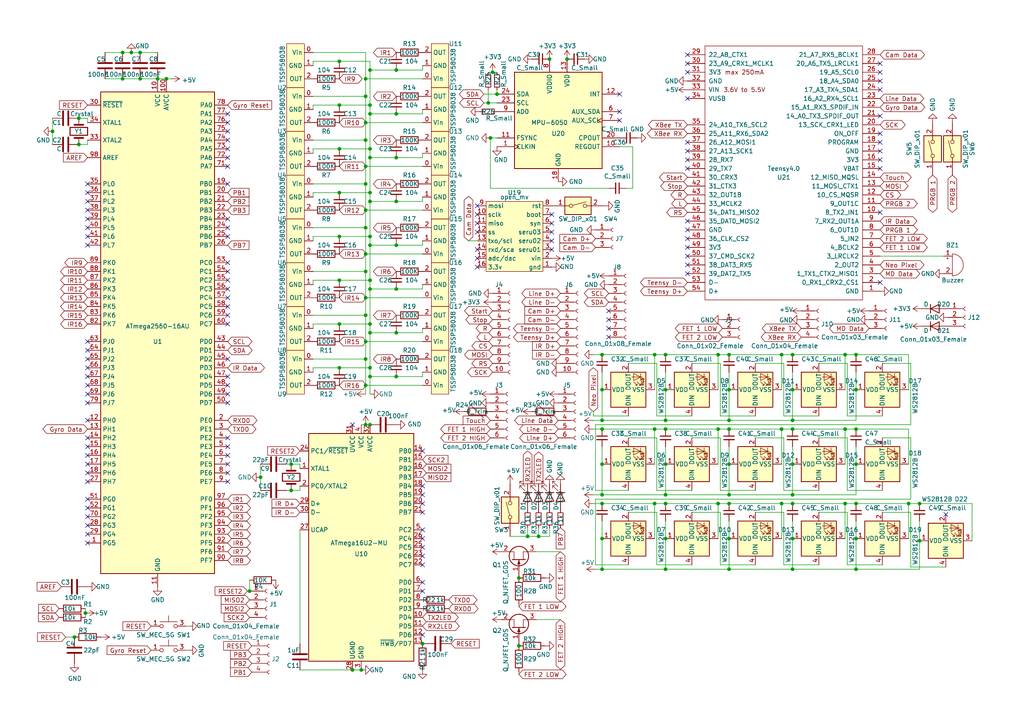
<source format=kicad_sch>
(kicad_sch (version 20211123) (generator eeschema)
  (paper "A4")
  (junction (at 107.315 58.42))
  (junction (at 229.87 146.05))
  (junction (at 174.625 143.51))
  (junction (at 106.045 123.19))
  (junction (at 98.425 43.18))
  (junction (at 107.315 93.98))
  (junction (at 248.285 134.62))
  (junction (at 211.455 134.62))
  (junction (at 24.765 177.8))
  (junction (at 35.56 15.24))
  (junction (at 114.935 20.32))
  (junction (at 142.875 20.955))
  (junction (at 98.425 81.28))
  (junction (at 226.695 146.05))
  (junction (at 98.425 106.68))
  (junction (at 114.935 58.42))
  (junction (at 72.39 171.45))
  (junction (at 266.7 146.05))
  (junction (at 98.425 55.88))
  (junction (at 174.625 121.92))
  (junction (at 266.7 156.845))
  (junction (at 141.605 29.845))
  (junction (at 229.87 124.46))
  (junction (at 211.455 143.51))
  (junction (at 164.465 17.145))
  (junction (at 229.87 113.03))
  (junction (at 107.315 33.02))
  (junction (at 114.935 71.12))
  (junction (at 174.625 124.46))
  (junction (at 193.04 143.51))
  (junction (at 122.555 186.69))
  (junction (at 189.865 146.05))
  (junction (at 106.045 73.66))
  (junction (at 229.87 156.21))
  (junction (at 174.625 113.03))
  (junction (at 193.04 102.87))
  (junction (at 193.04 121.92))
  (junction (at 211.455 113.03))
  (junction (at 193.04 146.05))
  (junction (at 22.86 34.29))
  (junction (at 107.315 43.18))
  (junction (at 106.045 22.86))
  (junction (at 229.87 102.87))
  (junction (at 48.26 22.86))
  (junction (at 106.045 104.14))
  (junction (at 193.04 165.1))
  (junction (at 174.625 102.87))
  (junction (at 98.425 30.48))
  (junction (at 248.285 165.1))
  (junction (at 107.315 45.72))
  (junction (at 45.72 22.86))
  (junction (at 106.045 48.26))
  (junction (at 226.695 102.87))
  (junction (at 150.495 167.64))
  (junction (at 193.04 113.03))
  (junction (at 263.525 146.05))
  (junction (at 107.315 20.32))
  (junction (at 40.64 22.86))
  (junction (at 211.455 146.05))
  (junction (at 106.045 66.04))
  (junction (at 107.315 68.58))
  (junction (at 174.625 156.21))
  (junction (at 229.87 165.1))
  (junction (at 211.455 165.1))
  (junction (at 174.625 165.1))
  (junction (at 229.87 121.92))
  (junction (at 107.315 96.52))
  (junction (at 107.315 30.48))
  (junction (at 208.28 146.05))
  (junction (at 211.455 124.46))
  (junction (at 107.315 106.68))
  (junction (at 248.285 102.87))
  (junction (at 114.935 83.82))
  (junction (at 104.775 194.31))
  (junction (at 208.28 124.46))
  (junction (at 248.285 124.46))
  (junction (at 193.04 134.62))
  (junction (at 15.24 38.1))
  (junction (at 211.455 156.21))
  (junction (at 189.865 124.46))
  (junction (at 107.315 123.19))
  (junction (at 208.28 102.87))
  (junction (at 107.315 83.82))
  (junction (at 114.935 45.72))
  (junction (at 106.045 99.06))
  (junction (at 159.385 17.145))
  (junction (at 106.045 111.76))
  (junction (at 193.04 156.21))
  (junction (at 106.045 40.64))
  (junction (at 226.695 124.46))
  (junction (at 248.285 146.05))
  (junction (at 40.64 15.24))
  (junction (at 144.145 27.305))
  (junction (at 98.425 93.98))
  (junction (at 229.87 143.51))
  (junction (at 106.045 53.34))
  (junction (at 114.935 96.52))
  (junction (at 107.315 109.22))
  (junction (at 211.455 102.87))
  (junction (at 174.625 134.62))
  (junction (at 245.11 102.87))
  (junction (at 106.045 60.96))
  (junction (at 193.04 124.46))
  (junction (at 22.86 41.91))
  (junction (at 156.21 155.575))
  (junction (at 189.865 102.87))
  (junction (at 106.045 35.56))
  (junction (at 21.59 184.785))
  (junction (at 142.24 40.005))
  (junction (at 248.285 113.03))
  (junction (at 75.565 138.43))
  (junction (at 114.935 109.22))
  (junction (at 38.1 15.24))
  (junction (at 229.87 134.62))
  (junction (at 150.495 187.325))
  (junction (at 84.455 134.62))
  (junction (at 98.425 17.78))
  (junction (at 35.56 22.86))
  (junction (at 107.315 71.12))
  (junction (at 102.235 194.31))
  (junction (at 107.315 81.28))
  (junction (at 106.045 86.36))
  (junction (at 245.11 124.46))
  (junction (at 106.045 91.44))
  (junction (at 114.935 33.02))
  (junction (at 153.035 155.575))
  (junction (at 248.285 156.21))
  (junction (at 98.425 68.58))
  (junction (at 211.455 121.92))
  (junction (at 106.045 78.74))
  (junction (at 106.045 27.94))
  (junction (at 245.11 146.05))
  (junction (at 84.455 142.24))
  (junction (at 107.315 55.88))
  (junction (at 174.625 146.05))
  (no_connect (at 199.39 46.355))
  (no_connect (at 138.43 77.47))
  (no_connect (at 66.04 83.82))
  (no_connect (at 255.27 61.595))
  (no_connect (at 25.4 66.04))
  (no_connect (at 25.4 121.92))
  (no_connect (at 255.27 18.415))
  (no_connect (at 199.39 20.955))
  (no_connect (at 66.04 114.3))
  (no_connect (at 122.555 140.97))
  (no_connect (at 66.04 86.36))
  (no_connect (at 122.555 153.67))
  (no_connect (at 199.39 28.575))
  (no_connect (at 160.02 62.23))
  (no_connect (at 122.555 148.59))
  (no_connect (at 122.555 143.51))
  (no_connect (at 179.705 27.305))
  (no_connect (at 25.4 60.96))
  (no_connect (at 66.04 63.5))
  (no_connect (at 179.705 32.385))
  (no_connect (at 199.39 69.215))
  (no_connect (at 66.04 111.76))
  (no_connect (at 199.39 43.815))
  (no_connect (at 199.39 15.875))
  (no_connect (at 255.27 43.815))
  (no_connect (at 199.39 79.375))
  (no_connect (at 66.04 33.02))
  (no_connect (at 25.4 144.78))
  (no_connect (at 66.04 43.18))
  (no_connect (at 25.4 99.06))
  (no_connect (at 176.53 90.17))
  (no_connect (at 255.27 38.735))
  (no_connect (at 66.04 127))
  (no_connect (at 160.02 64.77))
  (no_connect (at 138.43 74.93))
  (no_connect (at 255.27 41.275))
  (no_connect (at 138.43 72.39))
  (no_connect (at 66.04 109.22))
  (no_connect (at 66.04 40.64))
  (no_connect (at 66.04 88.9))
  (no_connect (at 25.4 71.12))
  (no_connect (at 25.4 116.84))
  (no_connect (at 199.39 74.295))
  (no_connect (at 66.04 35.56))
  (no_connect (at 122.555 146.05))
  (no_connect (at 66.04 91.44))
  (no_connect (at 25.4 114.3))
  (no_connect (at 25.4 137.16))
  (no_connect (at 255.27 26.035))
  (no_connect (at 66.04 78.74))
  (no_connect (at 25.4 154.94))
  (no_connect (at 25.4 139.7))
  (no_connect (at 179.705 34.925))
  (no_connect (at 199.39 18.415))
  (no_connect (at 138.43 59.69))
  (no_connect (at 160.02 69.85))
  (no_connect (at 66.04 53.34))
  (no_connect (at 25.4 106.68))
  (no_connect (at 66.04 134.62))
  (no_connect (at 25.4 101.6))
  (no_connect (at 122.555 156.21))
  (no_connect (at 25.4 55.88))
  (no_connect (at 66.04 137.16))
  (no_connect (at 274.32 149.225))
  (no_connect (at 25.4 149.86))
  (no_connect (at 255.27 81.915))
  (no_connect (at 138.43 67.31))
  (no_connect (at 199.39 48.895))
  (no_connect (at 25.4 147.32))
  (no_connect (at 138.43 64.77))
  (no_connect (at 176.53 92.71))
  (no_connect (at 199.39 41.275))
  (no_connect (at 25.4 68.58))
  (no_connect (at 255.27 48.895))
  (no_connect (at 25.4 58.42))
  (no_connect (at 25.4 157.48))
  (no_connect (at 66.04 116.84))
  (no_connect (at 25.4 127))
  (no_connect (at 25.4 111.76))
  (no_connect (at 255.27 20.955))
  (no_connect (at 25.4 63.5))
  (no_connect (at 160.02 72.39))
  (no_connect (at 138.43 62.23))
  (no_connect (at 122.555 158.75))
  (no_connect (at 66.04 81.28))
  (no_connect (at 122.555 184.15))
  (no_connect (at 66.04 104.14))
  (no_connect (at 66.04 45.72))
  (no_connect (at 25.4 134.62))
  (no_connect (at 199.39 64.135))
  (no_connect (at 25.4 129.54))
  (no_connect (at 25.4 109.22))
  (no_connect (at 66.04 139.7))
  (no_connect (at 25.4 152.4))
  (no_connect (at 199.39 66.675))
  (no_connect (at 102.235 123.19))
  (no_connect (at 122.555 161.29))
  (no_connect (at 66.04 93.98))
  (no_connect (at 66.04 38.1))
  (no_connect (at 176.53 95.25))
  (no_connect (at 25.4 132.08))
  (no_connect (at 66.04 76.2))
  (no_connect (at 176.53 97.79))
  (no_connect (at 66.04 129.54))
  (no_connect (at 255.27 33.655))
  (no_connect (at 199.39 71.755))
  (no_connect (at 122.555 171.45))
  (no_connect (at 25.4 104.14))
  (no_connect (at 255.27 23.495))
  (no_connect (at 66.04 132.08))
  (no_connect (at 255.27 46.355))
  (no_connect (at 66.04 66.04))
  (no_connect (at 122.555 130.81))
  (no_connect (at 160.02 67.31))
  (no_connect (at 66.04 48.26))
  (no_connect (at 199.39 76.835))
  (no_connect (at 122.555 163.83))
  (no_connect (at 122.555 168.91))
  (no_connect (at 25.4 53.34))
  (no_connect (at 66.04 68.58))
  (wire (pts (xy 226.695 102.87) (xy 226.695 113.03)))
  (wire (pts (xy 142.24 54.61) (xy 142.24 40.005)))
  (wire (pts (xy 107.315 83.82) (xy 107.315 93.98)))
  (wire (pts (xy 45.72 15.24) (xy 40.64 15.24)))
  (wire (pts (xy 229.87 134.62) (xy 229.87 143.51)))
  (wire (pts (xy 25.4 41.91) (xy 25.4 40.64)))
  (wire (pts (xy 159.385 155.575) (xy 156.21 155.575)))
  (wire (pts (xy 83.185 134.62) (xy 84.455 134.62)))
  (wire (pts (xy 245.11 124.46) (xy 248.285 124.46)))
  (wire (pts (xy 106.045 22.86) (xy 106.045 27.94)))
  (wire (pts (xy 106.045 123.19) (xy 104.775 123.19)))
  (wire (pts (xy 106.045 48.26) (xy 122.555 48.26)))
  (wire (pts (xy 245.745 148.59) (xy 245.745 163.83)))
  (wire (pts (xy 90.805 91.44) (xy 106.045 91.44)))
  (wire (pts (xy 174.625 165.1) (xy 193.04 165.1)))
  (wire (pts (xy 237.49 105.41) (xy 245.745 105.41)))
  (wire (pts (xy 86.995 153.67) (xy 86.995 186.69)))
  (wire (pts (xy 193.04 134.62) (xy 193.04 143.51)))
  (wire (pts (xy 174.625 113.03) (xy 174.625 121.92)))
  (wire (pts (xy 98.425 43.18) (xy 107.315 43.18)))
  (wire (pts (xy 193.04 129.54) (xy 193.04 134.62)))
  (wire (pts (xy 84.455 142.24) (xy 86.995 142.24)))
  (wire (pts (xy 200.66 127) (xy 208.915 127)))
  (wire (pts (xy 106.045 53.34) (xy 106.045 60.96)))
  (wire (pts (xy 211.455 129.54) (xy 211.455 134.62)))
  (wire (pts (xy 86.995 140.97) (xy 86.995 142.24)))
  (wire (pts (xy 229.87 102.87) (xy 245.11 102.87)))
  (wire (pts (xy 159.385 153.035) (xy 159.385 155.575)))
  (wire (pts (xy 245.745 148.59) (xy 237.49 148.59)))
  (wire (pts (xy 98.425 68.58) (xy 107.315 68.58)))
  (wire (pts (xy 174.625 102.87) (xy 189.865 102.87)))
  (wire (pts (xy 122.555 33.02) (xy 114.935 33.02)))
  (wire (pts (xy 208.915 127) (xy 208.915 142.24)))
  (wire (pts (xy 22.86 41.91) (xy 25.4 41.91)))
  (wire (pts (xy 208.915 120.65) (xy 219.075 120.65)))
  (wire (pts (xy 266.7 165.1) (xy 266.7 156.845)))
  (wire (pts (xy 107.315 109.22) (xy 114.935 109.22)))
  (wire (pts (xy 107.315 71.12) (xy 114.935 71.12)))
  (wire (pts (xy 248.285 121.92) (xy 248.285 113.03)))
  (wire (pts (xy 229.87 107.95) (xy 229.87 113.03)))
  (wire (pts (xy 193.04 113.03) (xy 193.04 121.92)))
  (wire (pts (xy 255.905 127) (xy 264.16 127)))
  (wire (pts (xy 90.805 82.55) (xy 90.805 81.28)))
  (wire (pts (xy 141.605 26.035) (xy 141.605 29.845)))
  (wire (pts (xy 266.7 151.13) (xy 266.7 156.845)))
  (wire (pts (xy 211.455 113.03) (xy 211.455 121.92)))
  (wire (pts (xy 122.555 20.32) (xy 122.555 19.05)))
  (wire (pts (xy 107.315 45.72) (xy 114.935 45.72)))
  (wire (pts (xy 190.5 163.83) (xy 200.66 163.83)))
  (wire (pts (xy 114.935 109.22) (xy 122.555 109.22)))
  (wire (pts (xy 48.26 22.86) (xy 45.72 22.86)))
  (wire (pts (xy 189.865 146.05) (xy 189.865 156.21)))
  (wire (pts (xy 98.425 43.18) (xy 90.805 43.18)))
  (wire (pts (xy 106.045 40.64) (xy 106.045 48.26)))
  (wire (pts (xy 114.935 71.12) (xy 122.555 71.12)))
  (wire (pts (xy 179.705 42.545) (xy 183.515 42.545)))
  (wire (pts (xy 35.56 15.24) (xy 30.48 15.24)))
  (wire (pts (xy 90.805 40.64) (xy 106.045 40.64)))
  (wire (pts (xy 90.805 53.34) (xy 106.045 53.34)))
  (wire (pts (xy 264.16 164.465) (xy 274.32 164.465)))
  (wire (pts (xy 189.865 102.87) (xy 189.865 113.03)))
  (wire (pts (xy 35.56 22.86) (xy 40.64 22.86)))
  (wire (pts (xy 182.245 127) (xy 190.5 127)))
  (wire (pts (xy 211.455 143.51) (xy 229.87 143.51)))
  (wire (pts (xy 98.425 17.78) (xy 107.315 17.78)))
  (wire (pts (xy 98.425 30.48) (xy 107.315 30.48)))
  (wire (pts (xy 193.04 121.92) (xy 211.455 121.92)))
  (wire (pts (xy 98.425 17.78) (xy 90.805 17.78)))
  (wire (pts (xy 193.04 165.1) (xy 211.455 165.1)))
  (wire (pts (xy 229.87 165.1) (xy 248.285 165.1)))
  (wire (pts (xy 90.805 55.88) (xy 90.805 57.15)))
  (wire (pts (xy 208.915 148.59) (xy 200.66 148.59)))
  (wire (pts (xy 107.315 33.02) (xy 114.935 33.02)))
  (wire (pts (xy 122.555 186.69) (xy 123.19 186.69)))
  (wire (pts (xy 114.935 58.42) (xy 122.555 58.42)))
  (wire (pts (xy 107.315 71.12) (xy 107.315 81.28)))
  (wire (pts (xy 114.935 83.82) (xy 122.555 83.82)))
  (wire (pts (xy 106.045 104.14) (xy 106.045 111.76)))
  (wire (pts (xy 106.045 91.44) (xy 106.045 99.06)))
  (wire (pts (xy 106.045 99.06) (xy 122.555 99.06)))
  (wire (pts (xy 227.33 105.41) (xy 227.33 120.65)))
  (wire (pts (xy 263.525 146.05) (xy 266.7 146.05)))
  (wire (pts (xy 98.425 93.98) (xy 107.315 93.98)))
  (wire (pts (xy 245.11 102.87) (xy 245.11 113.03)))
  (wire (pts (xy 106.045 48.26) (xy 106.045 53.34)))
  (wire (pts (xy 142.24 40.005) (xy 144.145 40.005)))
  (wire (pts (xy 147.955 155.575) (xy 153.035 155.575)))
  (wire (pts (xy 245.745 163.83) (xy 255.905 163.83)))
  (wire (pts (xy 237.49 127) (xy 245.745 127)))
  (wire (pts (xy 263.525 146.05) (xy 263.525 156.21)))
  (wire (pts (xy 229.87 124.46) (xy 245.11 124.46)))
  (wire (pts (xy 150.495 195.58) (xy 150.495 194.945)))
  (wire (pts (xy 172.72 123.19) (xy 172.72 142.24)))
  (wire (pts (xy 106.045 111.76) (xy 122.555 111.76)))
  (wire (pts (xy 172.72 142.24) (xy 182.245 142.24)))
  (wire (pts (xy 208.28 146.05) (xy 211.455 146.05)))
  (wire (pts (xy 172.085 119.38) (xy 172.085 120.65)))
  (wire (pts (xy 281.94 146.05) (xy 281.94 156.845)))
  (wire (pts (xy 122.555 71.12) (xy 122.555 69.85)))
  (wire (pts (xy 98.425 81.28) (xy 90.805 81.28)))
  (wire (pts (xy 219.075 105.41) (xy 227.33 105.41)))
  (wire (pts (xy 245.745 142.24) (xy 255.905 142.24)))
  (wire (pts (xy 193.04 156.21) (xy 193.04 165.1)))
  (wire (pts (xy 255.27 74.295) (xy 273.685 74.295)))
  (wire (pts (xy 107.315 96.52) (xy 114.935 96.52)))
  (wire (pts (xy 248.285 143.51) (xy 248.285 134.62)))
  (wire (pts (xy 22.86 34.29) (xy 25.4 34.29)))
  (wire (pts (xy 219.075 127) (xy 227.33 127)))
  (wire (pts (xy 211.455 146.05) (xy 226.695 146.05)))
  (wire (pts (xy 226.695 124.46) (xy 226.695 134.62)))
  (wire (pts (xy 122.555 83.82) (xy 122.555 82.55)))
  (wire (pts (xy 15.24 38.1) (xy 15.24 41.91)))
  (wire (pts (xy 30.48 22.86) (xy 35.56 22.86)))
  (wire (pts (xy 264.16 123.19) (xy 172.72 123.19)))
  (wire (pts (xy 106.045 22.86) (xy 122.555 22.86)))
  (wire (pts (xy 162.56 179.705) (xy 155.575 179.705)))
  (wire (pts (xy 90.805 95.25) (xy 90.805 93.98)))
  (wire (pts (xy 174.625 107.95) (xy 174.625 113.03)))
  (wire (pts (xy 211.455 165.1) (xy 229.87 165.1)))
  (wire (pts (xy 229.87 129.54) (xy 229.87 134.62)))
  (wire (pts (xy 106.045 86.36) (xy 106.045 91.44)))
  (wire (pts (xy 229.87 113.03) (xy 229.87 121.92)))
  (wire (pts (xy 24.765 176.53) (xy 24.765 177.8)))
  (wire (pts (xy 226.695 146.05) (xy 226.695 156.21)))
  (wire (pts (xy 245.745 127) (xy 245.745 142.24)))
  (wire (pts (xy 183.515 54.61) (xy 181.61 54.61)))
  (wire (pts (xy 106.045 86.36) (xy 122.555 86.36)))
  (wire (pts (xy 174.625 124.46) (xy 189.865 124.46)))
  (wire (pts (xy 190.5 142.24) (xy 200.66 142.24)))
  (wire (pts (xy 172.72 144.78) (xy 264.16 144.78)))
  (wire (pts (xy 107.315 17.78) (xy 107.315 20.32)))
  (wire (pts (xy 98.425 55.88) (xy 107.315 55.88)))
  (wire (pts (xy 248.285 102.87) (xy 263.525 102.87)))
  (wire (pts (xy 106.045 123.19) (xy 107.315 123.19)))
  (wire (pts (xy 189.865 102.87) (xy 193.04 102.87)))
  (wire (pts (xy 172.085 120.65) (xy 182.245 120.65)))
  (wire (pts (xy 140.335 29.845) (xy 141.605 29.845)))
  (wire (pts (xy 174.625 143.51) (xy 193.04 143.51)))
  (wire (pts (xy 245.745 105.41) (xy 245.745 120.65)))
  (wire (pts (xy 106.045 73.66) (xy 122.555 73.66)))
  (wire (pts (xy 174.625 146.05) (xy 189.865 146.05)))
  (wire (pts (xy 211.455 107.95) (xy 211.455 113.03)))
  (wire (pts (xy 90.805 17.78) (xy 90.805 19.05)))
  (wire (pts (xy 107.315 43.18) (xy 107.315 45.72)))
  (wire (pts (xy 183.515 42.545) (xy 183.515 54.61)))
  (wire (pts (xy 227.33 148.59) (xy 227.33 163.83)))
  (wire (pts (xy 227.33 120.65) (xy 237.49 120.65)))
  (wire (pts (xy 174.625 156.21) (xy 174.625 165.1)))
  (wire (pts (xy 90.805 27.94) (xy 106.045 27.94)))
  (wire (pts (xy 174.625 121.92) (xy 193.04 121.92)))
  (wire (pts (xy 144.145 20.955) (xy 142.875 20.955)))
  (wire (pts (xy 189.865 146.05) (xy 193.04 146.05)))
  (wire (pts (xy 248.285 165.1) (xy 266.7 165.1)))
  (wire (pts (xy 190.5 105.41) (xy 190.5 120.65)))
  (wire (pts (xy 107.315 109.22) (xy 107.315 114.3)))
  (wire (pts (xy 248.285 107.95) (xy 248.285 113.03)))
  (wire (pts (xy 227.33 163.83) (xy 237.49 163.83)))
  (wire (pts (xy 75.565 138.43) (xy 75.565 142.24)))
  (wire (pts (xy 193.04 143.51) (xy 211.455 143.51)))
  (wire (pts (xy 90.805 104.14) (xy 106.045 104.14)))
  (wire (pts (xy 83.185 142.24) (xy 84.455 142.24)))
  (wire (pts (xy 106.045 60.96) (xy 106.045 66.04)))
  (wire (pts (xy 211.455 151.13) (xy 211.455 156.21)))
  (wire (pts (xy 174.625 134.62) (xy 174.625 143.51)))
  (wire (pts (xy 190.5 148.59) (xy 190.5 163.83)))
  (wire (pts (xy 98.425 55.88) (xy 90.805 55.88)))
  (wire (pts (xy 90.805 68.58) (xy 90.805 69.85)))
  (wire (pts (xy 255.905 105.41) (xy 264.16 105.41)))
  (wire (pts (xy 102.235 194.31) (xy 86.995 194.31)))
  (wire (pts (xy 75.565 138.43) (xy 75.565 134.62)))
  (wire (pts (xy 54.61 181.61) (xy 53.975 181.61)))
  (wire (pts (xy 174.625 151.13) (xy 174.625 156.21)))
  (wire (pts (xy 172.72 165.1) (xy 174.625 165.1)))
  (wire (pts (xy 122.555 58.42) (xy 122.555 57.15)))
  (wire (pts (xy 90.805 78.74) (xy 106.045 78.74)))
  (wire (pts (xy 106.045 99.06) (xy 106.045 104.14)))
  (wire (pts (xy 248.285 129.54) (xy 248.285 134.62)))
  (wire (pts (xy 211.455 156.21) (xy 211.455 165.1)))
  (wire (pts (xy 107.315 58.42) (xy 114.935 58.42)))
  (wire (pts (xy 229.87 143.51) (xy 248.285 143.51)))
  (wire (pts (xy 107.315 68.58) (xy 107.315 71.12)))
  (wire (pts (xy 226.695 146.05) (xy 229.87 146.05)))
  (wire (pts (xy 71.755 171.45) (xy 72.39 171.45)))
  (wire (pts (xy 248.285 124.46) (xy 263.525 124.46)))
  (wire (pts (xy 245.11 146.05) (xy 245.11 156.21)))
  (wire (pts (xy 90.805 15.24) (xy 106.045 15.24)))
  (wire (pts (xy 122.555 96.52) (xy 122.555 95.25)))
  (wire (pts (xy 150.495 175.895) (xy 150.495 175.26)))
  (wire (pts (xy 248.285 146.05) (xy 263.525 146.05)))
  (wire (pts (xy 174.625 129.54) (xy 174.625 134.62)))
  (wire (pts (xy 172.085 124.46) (xy 174.625 124.46)))
  (wire (pts (xy 38.1 15.24) (xy 35.56 15.24)))
  (wire (pts (xy 106.045 78.74) (xy 106.045 86.36)))
  (wire (pts (xy 208.915 163.83) (xy 219.075 163.83)))
  (wire (pts (xy 49.53 22.86) (xy 48.26 22.86)))
  (wire (pts (xy 172.085 143.51) (xy 174.625 143.51)))
  (wire (pts (xy 263.525 124.46) (xy 263.525 134.62)))
  (wire (pts (xy 193.04 151.13) (xy 193.04 156.21)))
  (wire (pts (xy 142.875 20.955) (xy 141.605 20.955)))
  (wire (pts (xy 227.33 148.59) (xy 219.075 148.59)))
  (wire (pts (xy 98.425 106.68) (xy 107.315 106.68)))
  (wire (pts (xy 226.695 102.87) (xy 229.87 102.87)))
  (wire (pts (xy 245.11 102.87) (xy 248.285 102.87)))
  (wire (pts (xy 227.33 127) (xy 227.33 142.24)))
  (wire (pts (xy 142.24 54.61) (xy 176.53 54.61)))
  (wire (pts (xy 208.28 146.05) (xy 208.28 156.21)))
  (wire (pts (xy 172.085 121.92) (xy 174.625 121.92)))
  (wire (pts (xy 122.555 109.22) (xy 122.555 107.95)))
  (wire (pts (xy 107.315 58.42) (xy 107.315 68.58)))
  (wire (pts (xy 172.085 102.87) (xy 174.625 102.87)))
  (wire (pts (xy 114.935 45.72) (xy 122.555 45.72)))
  (wire (pts (xy 135.89 69.85) (xy 138.43 69.85)))
  (wire (pts (xy 211.455 134.62) (xy 211.455 143.51)))
  (wire (pts (xy 114.935 96.52) (xy 122.555 96.52)))
  (wire (pts (xy 90.805 93.98) (xy 98.425 93.98)))
  (wire (pts (xy 106.045 15.24) (xy 106.045 22.86)))
  (wire (pts (xy 245.745 120.65) (xy 255.905 120.65)))
  (wire (pts (xy 211.455 124.46) (xy 226.695 124.46)))
  (wire (pts (xy 98.425 81.28) (xy 107.315 81.28)))
  (wire (pts (xy 263.525 113.03) (xy 263.525 102.87)))
  (wire (pts (xy 106.045 66.04) (xy 106.045 73.66)))
  (wire (pts (xy 153.035 155.575) (xy 156.21 155.575)))
  (wire (pts (xy 24.765 177.8) (xy 24.765 179.07)))
  (wire (pts (xy 193.04 102.87) (xy 208.28 102.87)))
  (wire (pts (xy 172.72 163.83) (xy 182.245 163.83)))
  (wire (pts (xy 90.805 30.48) (xy 90.805 31.75)))
  (wire (pts (xy 40.64 15.24) (xy 38.1 15.24)))
  (wire (pts (xy 19.05 184.785) (xy 21.59 184.785)))
  (wire (pts (xy 104.775 194.31) (xy 102.235 194.31)))
  (wire (pts (xy 264.16 148.59) (xy 264.16 164.465)))
  (wire (pts (xy 266.7 146.05) (xy 281.94 146.05)))
  (wire (pts (xy 182.245 105.41) (xy 190.5 105.41)))
  (wire (pts (xy 72.39 168.275) (xy 72.39 171.45)))
  (wire (pts (xy 211.455 121.92) (xy 229.87 121.92)))
  (wire (pts (xy 107.315 20.32) (xy 107.315 30.48)))
  (wire (pts (xy 245.11 124.46) (xy 245.11 134.62)))
  (wire (pts (xy 90.805 106.68) (xy 90.805 107.95)))
  (wire (pts (xy 98.425 106.68) (xy 90.805 106.68)))
  (wire (pts (xy 107.315 83.82) (xy 114.935 83.82)))
  (wire (pts (xy 106.045 27.94) (xy 106.045 35.56)))
  (wire (pts (xy 107.315 93.98) (xy 107.315 96.52)))
  (wire (pts (xy 190.5 127) (xy 190.5 142.24)))
  (wire (pts (xy 90.805 43.18) (xy 90.805 44.45)))
  (wire (pts (xy 156.21 155.575) (xy 156.21 153.035)))
  (wire (pts (xy 208.28 102.87) (xy 208.28 113.03)))
  (wire (pts (xy 107.315 30.48) (xy 107.315 33.02)))
  (wire (pts (xy 15.24 34.29) (xy 15.24 38.1)))
  (wire (pts (xy 106.045 111.76) (xy 106.045 114.3)))
  (wire (pts (xy 114.935 20.32) (xy 122.555 20.32)))
  (wire (pts (xy 208.915 148.59) (xy 208.915 163.83)))
  (wire (pts (xy 107.315 81.28) (xy 107.315 83.82)))
  (wire (pts (xy 248.285 165.1) (xy 248.285 156.21)))
  (wire (pts (xy 211.455 102.87) (xy 226.695 102.87)))
  (wire (pts (xy 190.5 148.59) (xy 182.245 148.59)))
  (wire (pts (xy 172.085 146.05) (xy 174.625 146.05)))
  (wire (pts (xy 229.87 146.05) (xy 245.11 146.05)))
  (wire (pts (xy 122.555 31.75) (xy 122.555 33.02)))
  (wire (pts (xy 25.4 34.29) (xy 25.4 35.56)))
  (wire (pts (xy 106.045 35.56) (xy 122.555 35.56)))
  (wire (pts (xy 114.935 20.32) (xy 107.315 20.32)))
  (wire (pts (xy 227.33 142.24) (xy 237.49 142.24)))
  (wire (pts (xy 208.915 142.24) (xy 219.075 142.24)))
  (wire (pts (xy 162.56 160.02) (xy 155.575 160.02)))
  (wire (pts (xy 208.28 124.46) (xy 211.455 124.46)))
  (wire (pts (xy 98.425 68.58) (xy 90.805 68.58)))
  (wire (pts (xy 208.28 102.87) (xy 211.455 102.87)))
  (wire (pts (xy 141.605 29.845) (xy 144.145 29.845)))
  (wire (pts (xy 107.315 55.88) (xy 107.315 58.42)))
  (wire (pts (xy 106.045 60.96) (xy 122.555 60.96)))
  (wire (pts (xy 84.455 134.62) (xy 86.995 134.62)))
  (wire (pts (xy 189.865 124.46) (xy 193.04 124.46)))
  (wire (pts (xy 208.28 124.46) (xy 208.28 134.62)))
  (wire (pts (xy 54.61 188.595) (xy 53.975 188.595)))
  (wire (pts (xy 86.995 134.62) (xy 86.995 135.89)))
  (wire (pts (xy 107.315 106.68) (xy 107.315 109.22)))
  (wire (pts (xy 229.87 151.13) (xy 229.87 156.21)))
  (wire (pts (xy 193.04 107.95) (xy 193.04 113.03)))
  (wire (pts (xy 189.865 124.46) (xy 189.865 134.62)))
  (wire (pts (xy 153.035 155.575) (xy 153.035 153.035)))
  (wire (pts (xy 90.805 66.04) (xy 106.045 66.04)))
  (wire (pts (xy 190.5 120.65) (xy 200.66 120.65)))
  (wire (pts (xy 208.915 105.41) (xy 208.915 120.65)))
  (wire (pts (xy 122.555 44.45) (xy 122.555 45.72)))
  (wire (pts (xy 229.87 156.21) (xy 229.87 165.1)))
  (wire (pts (xy 106.045 73.66) (xy 106.045 78.74)))
  (wire (pts (xy 107.315 96.52) (xy 107.315 106.68)))
  (wire (pts (xy 172.72 144.78) (xy 172.72 163.83)))
  (wire (pts (xy 140.335 27.305) (xy 144.145 27.305)))
  (wire (pts (xy 193.04 146.05) (xy 208.28 146.05)))
  (wire (pts (xy 107.315 33.02) (xy 107.315 43.18)))
  (wire (pts (xy 107.315 45.72) (xy 107.315 55.88)))
  (wire (pts (xy 200.66 105.41) (xy 208.915 105.41)))
  (wire (pts (xy 264.16 105.41) (xy 264.16 123.19)))
  (wire (pts (xy 229.87 121.92) (xy 248.285 121.92)))
  (wire (pts (xy 98.425 30.48) (xy 90.805 30.48)))
  (wire (pts (xy 226.695 124.46) (xy 229.87 124.46)))
  (wire (pts (xy 245.11 146.05) (xy 248.285 146.05)))
  (wire (pts (xy 248.285 151.13) (xy 248.285 156.21)))
  (wire (pts (xy 106.045 35.56) (xy 106.045 40.64)))
  (wire (pts (xy 144.145 26.035) (xy 144.145 27.305)))
  (wire (pts (xy 40.64 22.86) (xy 45.72 22.86)))
  (wire (pts (xy 264.16 148.59) (xy 255.905 148.59)))
  (wire (pts (xy 193.04 124.46) (xy 208.28 124.46)))
  (wire (pts (xy 264.16 127) (xy 264.16 144.78)))
  (global_label "RESET2" (shape input) (at 71.755 171.45 180) (property "Intersheet References" "${INTERSHEET_REFS}" (effects hide)))
  (global_label "TXD0" (shape bidirectional) (at 66.04 124.46 0) (property "Intersheet References" "${INTERSHEET_REFS}" (effects hide)))
  (global_label "Stop" (shape bidirectional) (at 199.39 53.975 180) (property "Intersheet References" "${INTERSHEET_REFS}" (effects hide)))
  (global_label "IR9" (shape bidirectional) (at 25.4 76.2 180) (property "Intersheet References" "${INTERSHEET_REFS}" (effects hide)))
  (global_label "Touch" (shape bidirectional) (at 255.27 51.435 0) (property "Intersheet References" "${INTERSHEET_REFS}" (effects hide)))
  (global_label "Cam Data" (shape bidirectional) (at 135.89 69.85 90) (property "Intersheet References" "${INTERSHEET_REFS}" (effects hide)))
  (global_label "IR2" (shape bidirectional) (at 66.04 147.32 0) (property "Intersheet References" "${INTERSHEET_REFS}" (effects hide)))
  (global_label "XBee RX" (shape bidirectional) (at 232.41 97.79 180) (property "Intersheet References" "${INTERSHEET_REFS}" (effects hide)))
  (global_label "R" (shape bidirectional) (at 142.875 95.25 180) (property "Intersheet References" "${INTERSHEET_REFS}" (effects hide)))
  (global_label "Teensy D-" (shape bidirectional) (at 162.56 95.25 180) (property "Intersheet References" "${INTERSHEET_REFS}" (effects hide)))
  (global_label "IR10" (shape bidirectional) (at 98.425 35.56 0) (property "Intersheet References" "${INTERSHEET_REFS}" (effects hide)))
  (global_label "RESET" (shape input) (at 73.025 187.325 180) (property "Intersheet References" "${INTERSHEET_REFS}" (effects hide)))
  (global_label "SCL" (shape bidirectional) (at 176.53 85.09 180) (property "Intersheet References" "${INTERSHEET_REFS}" (effects hide)))
  (global_label "RESET" (shape input) (at 130.81 186.69 0) (property "Intersheet References" "${INTERSHEET_REFS}" (effects hide)))
  (global_label "Cam Data" (shape bidirectional) (at 255.27 15.875 0) (property "Intersheet References" "${INTERSHEET_REFS}" (effects hide)))
  (global_label "PRGB 1" (shape bidirectional) (at 270.51 50.8 270) (property "Intersheet References" "${INTERSHEET_REFS}" (effects hide)))
  (global_label "SDA" (shape input) (at 17.145 179.07 180) (property "Intersheet References" "${INTERSHEET_REFS}" (effects hide)))
  (global_label "IR11" (shape bidirectional) (at 98.425 48.26 0) (property "Intersheet References" "${INTERSHEET_REFS}" (effects hide)))
  (global_label "IR7" (shape bidirectional) (at 66.04 160.02 0) (property "Intersheet References" "${INTERSHEET_REFS}" (effects hide)))
  (global_label "RESET2" (shape input) (at 86.995 130.81 180) (property "Intersheet References" "${INTERSHEET_REFS}" (effects hide)))
  (global_label "FET 1 LOW" (shape bidirectional) (at 150.495 175.895 0) (property "Intersheet References" "${INTERSHEET_REFS}" (effects hide)))
  (global_label "FET 2 LOW" (shape bidirectional) (at 209.55 97.79 180) (property "Intersheet References" "${INTERSHEET_REFS}" (effects hide)))
  (global_label "IR11" (shape bidirectional) (at 25.4 81.28 180) (property "Intersheet References" "${INTERSHEET_REFS}" (effects hide)))
  (global_label "IR D-" (shape input) (at 86.995 148.59 180) (property "Intersheet References" "${INTERSHEET_REFS}" (effects hide)))
  (global_label "PB2" (shape input) (at 66.04 58.42 0) (property "Intersheet References" "${INTERSHEET_REFS}" (effects hide)))
  (global_label "RXD0" (shape bidirectional) (at 130.175 176.53 0) (property "Intersheet References" "${INTERSHEET_REFS}" (effects hide)))
  (global_label "PB7" (shape input) (at 66.04 71.12 0) (property "Intersheet References" "${INTERSHEET_REFS}" (effects hide)))
  (global_label "MD Data" (shape bidirectional) (at 252.095 95.25 180) (property "Intersheet References" "${INTERSHEET_REFS}" (effects hide)))
  (global_label "IR6" (shape bidirectional) (at 114.935 78.74 180) (property "Intersheet References" "${INTERSHEET_REFS}" (effects hide)))
  (global_label "Gyro Data" (shape bidirectional) (at 25.4 124.46 180) (property "Intersheet References" "${INTERSHEET_REFS}" (effects hide)))
  (global_label "IR2" (shape bidirectional) (at 114.935 27.94 180) (property "Intersheet References" "${INTERSHEET_REFS}" (effects hide)))
  (global_label "Line D-" (shape bidirectional) (at 161.925 124.46 180) (property "Intersheet References" "${INTERSHEET_REFS}" (effects hide)))
  (global_label "Touch" (shape input) (at 142.24 121.92 180) (property "Intersheet References" "${INTERSHEET_REFS}" (effects hide)))
  (global_label "IR10" (shape bidirectional) (at 25.4 78.74 180) (property "Intersheet References" "${INTERSHEET_REFS}" (effects hide)))
  (global_label "IR13" (shape bidirectional) (at 98.425 73.66 0) (property "Intersheet References" "${INTERSHEET_REFS}" (effects hide)))
  (global_label "PRGB 2" (shape bidirectional) (at 255.27 59.055 0) (property "Intersheet References" "${INTERSHEET_REFS}" (effects hide)))
  (global_label "IR3" (shape bidirectional) (at 66.04 149.86 0) (property "Intersheet References" "${INTERSHEET_REFS}" (effects hide)))
  (global_label "SCK" (shape bidirectional) (at 142.875 107.95 180) (property "Intersheet References" "${INTERSHEET_REFS}" (effects hide)))
  (global_label "TX2LED" (shape output) (at 156.21 140.335 90) (property "Intersheet References" "${INTERSHEET_REFS}" (effects hide)))
  (global_label "Start" (shape bidirectional) (at 142.875 90.17 180) (property "Intersheet References" "${INTERSHEET_REFS}" (effects hide)))
  (global_label "FET 1 LOW" (shape bidirectional) (at 209.55 95.25 180) (property "Intersheet References" "${INTERSHEET_REFS}" (effects hide)))
  (global_label "IR9" (shape bidirectional) (at 98.425 22.86 0) (property "Intersheet References" "${INTERSHEET_REFS}" (effects hide)))
  (global_label "PB1" (shape input) (at 66.04 55.88 0) (property "Intersheet References" "${INTERSHEET_REFS}" (effects hide)))
  (global_label "SDA" (shape bidirectional) (at 140.335 27.305 180) (property "Intersheet References" "${INTERSHEET_REFS}" (effects hide)))
  (global_label "Neo Pixel" (shape bidirectional) (at 172.085 119.38 90) (property "Intersheet References" "${INTERSHEET_REFS}" (effects hide)))
  (global_label "RS" (shape bidirectional) (at 142.875 105.41 180) (property "Intersheet References" "${INTERSHEET_REFS}" (effects hide)))
  (global_label "RESET" (shape input) (at 25.4 30.48 180) (property "Intersheet References" "${INTERSHEET_REFS}" (effects hide)))
  (global_label "Gyro Reset" (shape input) (at 66.04 30.48 0) (property "Intersheet References" "${INTERSHEET_REFS}" (effects hide)))
  (global_label "XBee TX" (shape bidirectional) (at 199.39 36.195 180) (property "Intersheet References" "${INTERSHEET_REFS}" (effects hide)))
  (global_label "FET 1 HIGH" (shape bidirectional) (at 142.24 124.46 180) (property "Intersheet References" "${INTERSHEET_REFS}" (effects hide)))
  (global_label "PRGB 1" (shape bidirectional) (at 255.27 66.675 0) (property "Intersheet References" "${INTERSHEET_REFS}" (effects hide)))
  (global_label "Line D+" (shape bidirectional) (at 161.925 127 180) (property "Intersheet References" "${INTERSHEET_REFS}" (effects hide)))
  (global_label "TXD0" (shape bidirectional) (at 130.175 173.99 0) (property "Intersheet References" "${INTERSHEET_REFS}" (effects hide)))
  (global_label "TX2LED" (shape bidirectional) (at 122.555 179.07 0) (property "Intersheet References" "${INTERSHEET_REFS}" (effects hide)))
  (global_label "IR3" (shape bidirectional) (at 114.935 40.64 180) (property "Intersheet References" "${INTERSHEET_REFS}" (effects hide)))
  (global_label "IR7" (shape bidirectional) (at 114.935 91.44 180) (property "Intersheet References" "${INTERSHEET_REFS}" (effects hide)))
  (global_label "FET 2 LOW" (shape bidirectional) (at 255.27 69.215 0) (property "Intersheet References" "${INTERSHEET_REFS}" (effects hide)))
  (global_label "IR8" (shape bidirectional) (at 114.935 104.14 180) (property "Intersheet References" "${INTERSHEET_REFS}" (effects hide)))
  (global_label "SCK2" (shape input) (at 122.555 133.35 0) (property "Intersheet References" "${INTERSHEET_REFS}" (effects hide)))
  (global_label "Gyro Data" (shape bidirectional) (at 255.27 31.115 0) (property "Intersheet References" "${INTERSHEET_REFS}" (effects hide)))
  (global_label "AREF" (shape input) (at 25.4 45.72 180) (property "Intersheet References" "${INTERSHEET_REFS}" (effects hide)))
  (global_label "MOSI2" (shape input) (at 122.555 135.89 0) (property "Intersheet References" "${INTERSHEET_REFS}" (effects hide)))
  (global_label "R" (shape bidirectional) (at 199.39 56.515 180) (property "Intersheet References" "${INTERSHEET_REFS}" (effects hide)))
  (global_label "RESET" (shape input) (at 19.05 184.785 180) (property "Intersheet References" "${INTERSHEET_REFS}" (effects hide)))
  (global_label "Line D-" (shape bidirectional) (at 162.56 87.63 180) (property "Intersheet References" "${INTERSHEET_REFS}" (effects hide)))
  (global_label "IR12" (shape bidirectional) (at 98.425 60.96 0) (property "Intersheet References" "${INTERSHEET_REFS}" (effects hide)))
  (global_label "FET 1 HIGH" (shape bidirectional) (at 162.56 160.02 270) (property "Intersheet References" "${INTERSHEET_REFS}" (effects hide)))
  (global_label "Gyro Reset" (shape input) (at 43.815 188.595 180) (property "Intersheet References" "${INTERSHEET_REFS}" (effects hide)))
  (global_label "MISO2" (shape input) (at 72.39 173.99 180) (property "Intersheet References" "${INTERSHEET_REFS}" (effects hide)))
  (global_label "Stop" (shape bidirectional) (at 142.875 92.71 180) (property "Intersheet References" "${INTERSHEET_REFS}" (effects hide)))
  (global_label "IR13" (shape bidirectional) (at 25.4 86.36 180) (property "Intersheet References" "${INTERSHEET_REFS}" (effects hide)))
  (global_label "RX2LED" (shape output) (at 153.035 140.335 90) (property "Intersheet References" "${INTERSHEET_REFS}" (effects hide)))
  (global_label "Cam D-" (shape input) (at 162.56 92.71 180) (property "Intersheet References" "${INTERSHEET_REFS}" (effects hide)))
  (global_label "IR4" (shape bidirectional) (at 66.04 152.4 0) (property "Intersheet References" "${INTERSHEET_REFS}" (effects hide)))
  (global_label "SCL" (shape bidirectional) (at 140.335 29.845 180) (property "Intersheet References" "${INTERSHEET_REFS}" (effects hide)))
  (global_label "Teensy D-" (shape bidirectional) (at 199.39 81.915 180) (property "Intersheet References" "${INTERSHEET_REFS}" (effects hide)))
  (global_label "L" (shape bidirectional) (at 199.39 59.055 180) (property "Intersheet References" "${INTERSHEET_REFS}" (effects hide)))
  (global_label "IR5" (shape bidirectional) (at 66.04 154.94 0) (property "Intersheet References" "${INTERSHEET_REFS}" (effects hide)))
  (global_label "IR15" (shape bidirectional) (at 98.425 99.06 0) (property "Intersheet References" "${INTERSHEET_REFS}" (effects hide)))
  (global_label "IR D+" (shape input) (at 162.56 100.33 180) (property "Intersheet References" "${INTERSHEET_REFS}" (effects hide)))
  (global_label "Cam D+" (shape input) (at 172.72 69.215 180) (property "Intersheet References" "${INTERSHEET_REFS}" (effects hide)))
  (global_label "FET 1 LOW" (shape bidirectional) (at 255.27 71.755 0) (property "Intersheet References" "${INTERSHEET_REFS}" (effects hide)))
  (global_label "XBee TX" (shape bidirectional) (at 232.41 95.25 180) (property "Intersheet References" "${INTERSHEET_REFS}" (effects hide)))
  (global_label "IR14" (shape bidirectional) (at 25.4 88.9 180) (property "Intersheet References" "${INTERSHEET_REFS}" (effects hide)))
  (global_label "FET 2 LOW" (shape bidirectional) (at 150.495 195.58 0) (property "Intersheet References" "${INTERSHEET_REFS}" (effects hide)))
  (global_label "IR12" (shape bidirectional) (at 25.4 83.82 180) (property "Intersheet References" "${INTERSHEET_REFS}" (effects hide)))
  (global_label "SDA" (shape bidirectional) (at 66.04 101.6 0) (property "Intersheet References" "${INTERSHEET_REFS}" (effects hide)))
  (global_label "Teensy D+" (shape bidirectional) (at 199.39 84.455 180) (property "Intersheet References" "${INTERSHEET_REFS}" (effects hide)))
  (global_label "PRGB 2" (shape bidirectional) (at 276.225 50.8 270) (property "Intersheet References" "${INTERSHEET_REFS}" (effects hide)))
  (global_label "IR8" (shape bidirectional) (at 66.04 162.56 0) (property "Intersheet References" "${INTERSHEET_REFS}" (effects hide)))
  (global_label "IR16" (shape bidirectional) (at 25.4 93.98 180) (property "Intersheet References" "${INTERSHEET_REFS}" (effects hide)))
  (global_label "FET 2 HIGH" (shape bidirectional) (at 162.56 179.705 270) (property "Intersheet References" "${INTERSHEET_REFS}" (effects hide)))
  (global_label "SCL" (shape input) (at 17.145 176.53 180) (property "Intersheet References" "${INTERSHEET_REFS}" (effects hide)))
  (global_label "PB7" (shape input) (at 162.56 153.035 270) (property "Intersheet References" "${INTERSHEET_REFS}" (effects hide)))
  (global_label "IR4" (shape bidirectional) (at 114.935 53.34 180) (property "Intersheet References" "${INTERSHEET_REFS}" (effects hide)))
  (global_label "RESET" (shape input) (at 43.815 181.61 180) (property "Intersheet References" "${INTERSHEET_REFS}" (effects hide)))
  (global_label "Teensy D+" (shape bidirectional) (at 162.56 97.79 180) (property "Intersheet References" "${INTERSHEET_REFS}" (effects hide)))
  (global_label "Cam D+" (shape input) (at 162.56 90.17 180) (property "Intersheet References" "${INTERSHEET_REFS}" (effects hide)))
  (global_label "MISO2" (shape input) (at 122.555 138.43 0) (property "Intersheet References" "${INTERSHEET_REFS}" (effects hide)))
  (global_label "Line Data" (shape bidirectional) (at 255.27 28.575 0) (property "Intersheet References" "${INTERSHEET_REFS}" (effects hide)))
  (global_label "IR D+" (shape input) (at 86.995 146.05 180) (property "Intersheet References" "${INTERSHEET_REFS}" (effects hide)))
  (global_label "IR1" (shape bidirectional) (at 66.04 144.78 0) (property "Intersheet References" "${INTERSHEET_REFS}" (effects hide)))
  (global_label "IR Data" (shape bidirectional) (at 255.27 64.135 0) (property "Intersheet References" "${INTERSHEET_REFS}" (effects hide)))
  (global_label "FET 2 HIGH" (shape bidirectional) (at 142.24 127 180) (property "Intersheet References" "${INTERSHEET_REFS}" (effects hide)))
  (global_label "IR15" (shape bidirectional) (at 25.4 91.44 180) (property "Intersheet References" "${INTERSHEET_REFS}" (effects hide)))
  (global_label "MOSI" (shape bidirectional) (at 255.27 53.975 0) (property "Intersheet References" "${INTERSHEET_REFS}" (effects hide)))
  (global_label "RS" (shape bidirectional) (at 199.39 61.595 180) (property "Intersheet References" "${INTERSHEET_REFS}" (effects hide)))
  (global_label "IR D-" (shape input) (at 162.56 102.87 180) (property "Intersheet References" "${INTERSHEET_REFS}" (effects hide)))
  (global_label "XBee RX" (shape bidirectional) (at 199.39 38.735 180) (property "Intersheet References" "${INTERSHEET_REFS}" (effects hide)))
  (global_label "PB3" (shape input) (at 66.04 60.96 0) (property "Intersheet References" "${INTERSHEET_REFS}" (effects hide)))
  (global_label "MOSI" (shape bidirectional) (at 142.875 102.87 180) (property "Intersheet References" "${INTERSHEET_REFS}" (effects hide)))
  (global_label "SDA" (shape bidirectional) (at 176.53 87.63 180) (property "Intersheet References" "${INTERSHEET_REFS}" (effects hide)))
  (global_label "L" (shape bidirectional) (at 142.875 97.79 180) (property "Intersheet References" "${INTERSHEET_REFS}" (effects hide)))
  (global_label "SCK" (shape bidirectional) (at 255.27 36.195 0) (property "Intersheet References" "${INTERSHEET_REFS}" (effects hide)))
  (global_label "Line Data" (shape bidirectional) (at 161.925 121.92 180) (property "Intersheet References" "${INTERSHEET_REFS}" (effects hide)))
  (global_label "AREF" (shape input) (at 17.78 170.18 180) (property "Intersheet References" "${INTERSHEET_REFS}" (effects hide)))
  (global_label "PB3" (shape input) (at 73.025 189.865 180) (property "Intersheet References" "${INTERSHEET_REFS}" (effects hide)))
  (global_label "IR1" (shape bidirectional) (at 114.935 15.24 180) (property "Intersheet References" "${INTERSHEET_REFS}" (effects hide)))
  (global_label "IR5" (shape bidirectional) (at 114.935 66.04 180) (property "Intersheet References" "${INTERSHEET_REFS}" (effects hide)))
  (global_label "IR14" (shape bidirectional) (at 98.425 86.36 0) (property "Intersheet References" "${INTERSHEET_REFS}" (effects hide)))
  (global_label "CS" (shape bidirectional) (at 255.27 56.515 0) (property "Intersheet References" "${INTERSHEET_REFS}" (effects hide)))
  (global_label "RX2LED" (shape bidirectional) (at 122.555 181.61 0) (property "Intersheet References" "${INTERSHEET_REFS}" (effects hide)))
  (global_label "IR6" (shape bidirectional) (at 66.04 157.48 0) (property "Intersheet References" "${INTERSHEET_REFS}" (effects hide)))
  (global_label "MOSI2" (shape input) (at 72.39 176.53 180) (property "Intersheet References" "${INTERSHEET_REFS}" (effects hide)))
  (global_label "IR Data" (shape bidirectional) (at 66.04 106.68 0) (property "Intersheet References" "${INTERSHEET_REFS}" (effects hide)))
  (global_label "CS" (shape bidirectional) (at 142.875 100.33 180) (property "Intersheet References" "${INTERSHEET_REFS}" (effects hide)))
  (global_label "Start" (shape bidirectional) (at 199.39 51.435 180) (property "Intersheet References" "${INTERSHEET_REFS}" (effects hide)))
  (global_label "IR16" (shape bidirectional) (at 98.425 111.76 0) (property "Intersheet References" "${INTERSHEET_REFS}" (effects hide)))
  (global_label "RXD0" (shape bidirectional) (at 66.04 121.92 0) (property "Intersheet References" "${INTERSHEET_REFS}" (effects hide)))
  (global_label "MD Data" (shape bidirectional) (at 255.27 79.375 0) (property "Intersheet References" "${INTERSHEET_REFS}" (effects hide)))
  (global_label "SCK2" (shape input) (at 72.39 179.07 180) (property "Intersheet References" "${INTERSHEET_REFS}" (effects hide)))
  (global_label "Cam D-" (shape input) (at 172.72 71.755 180) (property "Intersheet References" "${INTERSHEET_REFS}" (effects hide)))
  (global_label "Line D+" (shape bidirectional) (at 162.56 85.09 180) (property "Intersheet References" "${INTERSHEET_REFS}" (effects hide)))
  (global_label "SCL" (shape bidirectional) (at 66.04 99.06 0) (property "Intersheet References" "${INTERSHEET_REFS}" (effects hide)))
  (global_label "PB2" (shape input) (at 73.025 192.405 180) (property "Intersheet References" "${INTERSHEET_REFS}" (effects hide)))
  (global_label "Neo Pixel" (shape bidirectional) (at 255.27 76.835 0) (property "Intersheet References" "${INTERSHEET_REFS}" (effects hide)))
  (global_label "PB1" (shape input) (at 73.025 194.945 180) (property "Intersheet References" "${INTERSHEET_REFS}" (effects hide)))
  (symbol (lib_id "power:GND") (at 172.085 146.05 270) (unit 1)
    (property "Reference" "#PWR049" (effects hide))
    (property "Value" "GND" (at 168.275 148.59 90) (effects (justify left)))
  )
  (symbol (lib_id "power:+5V") (at 145.415 160.02 90) (unit 1)
    (property "Reference" "#PWR028" (effects hide))
    (property "Value" "+5V" (at 146.05 158.115 90) (effects (justify left)))
  )
  (symbol (lib_id "power:+5V") (at 232.41 90.17 90) (unit 1)
    (property "Reference" "#PWR059" (effects hide))
    (property "Value" "+5V" (at 228.0158 89.789 90))
  )
  (symbol (lib_id "ir_sensor:TSSP58038") (at 88.265 82.55 90) (unit 1)
    (property "Reference" "U7" (at 83.185 88.9 90) (effects (justify left)))
    (property "Value" "TSSP58038" (at 81.915 87.63 0) (effects (justify left)))
    (property "Footprint" "Lib:TSSP58038_IR" (effects hide))
  )
  (symbol (lib_id "ir_sensor:TSSP58038") (at 125.095 95.25 270) (unit 1)
    (property "Reference" "U17" (at 130.175 88.9 90) (effects (justify left)))
    (property "Value" "TSSP58038" (at 131.445 90.17 0) (effects (justify left)))
    (property "Footprint" "Lib:TSSP58038_IR" (effects hide))
  )
  (symbol (lib_id "power:GND") (at 175.26 59.69 90) (unit 1)
    (property "Reference" "#PWR052" (effects hide))
    (property "Value" "GND" (at 179.07 57.785 0) (effects (justify right)))
  )
  (symbol (lib_id "Device:C_Small") (at 98.425 33.02 180) (unit 1)
    (property "Reference" "C13" (at 103.505 33.02 0) (effects (justify left)))
    (property "Value" "104" (at 95.885 33.02 0) (effects (justify left)))
    (property "Footprint" "Capacitor_SMD:C_0402_1005Metric" (effects hide))
    (property "LCSC" "C1525" (effects hide))
  )
  (symbol (lib_id "Device:C_Small") (at 98.425 83.82 180) (unit 1)
    (property "Reference" "C17" (at 103.505 83.82 0) (effects (justify left)))
    (property "Value" "104" (at 95.885 83.82 0) (effects (justify left)))
    (property "Footprint" "Capacitor_SMD:C_0402_1005Metric" (effects hide))
    (property "LCSC" "C1525" (effects hide))
  )
  (symbol (lib_id "Device:C_Small") (at 174.625 148.59 0) (unit 1)
    (property "Reference" "C34" (at 177.165 147.3262 0) (effects (justify left)))
    (property "Value" "C_Small" (at 180.34 147.32 0) (effects (justify left)))
    (property "Footprint" "Capacitor_SMD:C_0402_1005Metric" (effects hide))
    (property "LCSC" "C1525" (effects hide))
  )
  (symbol (lib_id "Device:C_Small") (at 193.04 105.41 0) (unit 1)
    (property "Reference" "C37" (at 195.58 104.1462 0) (effects (justify left)))
    (property "Value" "C_Small" (at 198.755 104.14 0) (effects (justify left)))
    (property "Footprint" "Capacitor_SMD:C_0402_1005Metric" (effects hide))
    (property "LCSC" "C1525" (effects hide))
  )
  (symbol (lib_id "Device:C_Small") (at 114.935 17.78 0) (unit 1)
    (property "Reference" "C21" (at 109.855 17.78 0) (effects (justify left)))
    (property "Value" "104" (at 117.475 17.78 0) (effects (justify left)))
    (property "Footprint" "Capacitor_SMD:C_0402_1005Metric" (effects hide))
    (property "LCSC" "C1525" (effects hide))
  )
  (symbol (lib_id "LED:WS2812B") (at 237.49 134.62 90) (unit 1)
    (property "Reference" "D15" (at 247.015 132.08 90))
    (property "Value" "WS2812B" (at 247.015 137.16 0))
    (property "Footprint" "LED_SMD:LED_WS2812B_PLCC4_5.0x5.0mm_P3.2mm" (effects hide))
    (property "Datasheet" "https://cdn-shop.adafruit.com/datasheets/WS2812B.pdf" (effects hide))
    (property "LCSC" "C2761795" (effects hide))
  )
  (symbol (lib_id "Device:C_Small") (at 229.87 148.59 0) (unit 1)
    (property "Reference" "C45" (at 232.41 147.3262 0) (effects (justify left)))
    (property "Value" "C_Small" (at 235.585 147.32 0) (effects (justify left)))
    (property "Footprint" "Capacitor_SMD:C_0402_1005Metric" (effects hide))
    (property "LCSC" "C1525" (effects hide))
  )
  (symbol (lib_id "LED:WS2812B") (at 255.905 156.21 90) (unit 1)
    (property "Reference" "D19" (at 265.43 153.67 90))
    (property "Value" "WS2812B" (at 265.43 159.385 0))
    (property "Footprint" "LED_SMD:LED_WS2812B_PLCC4_5.0x5.0mm_P3.2mm" (effects hide))
    (property "Datasheet" "https://cdn-shop.adafruit.com/datasheets/WS2812B.pdf" (effects hide))
    (property "LCSC" "C2761795" (effects hide))
  )
  (symbol (lib_id "power:GND") (at 54.61 181.61 90) (unit 1)
    (property "Reference" "#PWR09" (effects hide))
    (property "Value" "GND" (at 59.0042 181.483 90))
  )
  (symbol (lib_id "Device:R") (at 126.365 173.99 90) (unit 1)
    (property "Reference" "R22" (at 126.365 173.99 90) (effects (justify left)))
    (property "Value" "1k" (at 128.905 173.99 90) (effects (justify left)))
    (property "Footprint" "Resistor_SMD:R_0402_1005Metric" (effects hide))
    (property "LCSC" "C105637" (effects hide))
  )
  (symbol (lib_id "Device:C") (at 45.72 19.05 0) (unit 1)
    (property "Reference" "C8" (at 43.18 17.145 0) (effects (justify left)))
    (property "Value" "100nF" (at 40.64 21.59 0) (effects (justify left)))
    (property "Footprint" "Capacitor_SMD:C_0402_1005Metric" (effects hide))
    (property "LCSC" "C41851" (effects hide))
  )
  (symbol (lib_id "LED:WS2812B") (at 219.075 113.03 90) (unit 1)
    (property "Reference" "D11" (at 228.6 110.49 90))
    (property "Value" "WS2812B" (at 228.6 115.57 0))
    (property "Footprint" "LED_SMD:LED_WS2812B_PLCC4_5.0x5.0mm_P3.2mm" (effects hide))
    (property "Datasheet" "https://cdn-shop.adafruit.com/datasheets/WS2812B.pdf" (effects hide))
    (property "LCSC" "C2761795" (effects hide))
  )
  (symbol (lib_id "power:GND") (at 154.305 17.145 270) (unit 1)
    (property "Reference" "#PWR031" (effects hide))
    (property "Value" "GND" (at 149.225 17.145 90))
  )
  (symbol (lib_id "ir_sensor:TSSP58038") (at 88.265 44.45 90) (unit 1)
    (property "Reference" "U4" (at 83.185 50.8 90) (effects (justify left)))
    (property "Value" "TSSP58038" (at 81.915 49.53 0) (effects (justify left)))
    (property "Footprint" "Lib:TSSP58038_IR" (effects hide))
  )
  (symbol (lib_id "Device:C_Small") (at 114.935 106.68 0) (unit 1)
    (property "Reference" "C28" (at 109.855 106.68 0) (effects (justify left)))
    (property "Value" "104" (at 117.475 106.68 0) (effects (justify left)))
    (property "Footprint" "Capacitor_SMD:C_0402_1005Metric" (effects hide))
    (property "LCSC" "C1525" (effects hide))
  )
  (symbol (lib_id "power:GND") (at 162.56 107.95 270) (unit 1)
    (property "Reference" "#PWR0101" (effects hide))
    (property "Value" "GND" (at 157.48 107.95 90))
  )
  (symbol (lib_id "power:GND") (at 158.115 187.325 90) (unit 1)
    (property "Reference" "#PWR034" (effects hide))
    (property "Value" "GND" (at 155.575 189.865 90) (effects (justify right)))
  )
  (symbol (lib_id "Device:Crystal") (at 84.455 138.43 270) (unit 1)
    (property "Reference" "Y2" (at 83.185 138.43 90) (effects (justify left)))
    (property "Value" "Crystal" (at 80.645 133.35 90) (effects (justify left)))
    (property "Footprint" "Crystal:Crystal_SMD_3225-4Pin_3.2x2.5mm" (effects hide))
    (property "LCSC" "C164049" (effects hide))
  )
  (symbol (lib_id "Device:R_Small") (at 162.56 150.495 0) (unit 1)
    (property "Reference" "R36" (at 161.29 153.035 90))
    (property "Value" "1k" (at 162.56 150.495 90))
    (property "Footprint" "Resistor_SMD:R_0402_1005Metric" (effects hide))
    (property "LCSC" "C11702" (effects hide))
  )
  (symbol (lib_id "power:+5V") (at 145.415 179.705 90) (unit 1)
    (property "Reference" "#PWR029" (effects hide))
    (property "Value" "+5V" (at 146.685 177.8 90) (effects (justify left)))
  )
  (symbol (lib_id "power:+5V") (at 176.53 80.01 90) (unit 1)
    (property "Reference" "#PWR053" (effects hide))
    (property "Value" "+5V" (at 173.99 80.01 90) (effects (justify left)))
  )
  (symbol (lib_id "Device:C_Small") (at 248.285 127 0) (unit 1)
    (property "Reference" "C47" (at 250.825 125.7362 0) (effects (justify left)))
    (property "Value" "C_Small" (at 250.825 128.2762 0) (effects (justify left)))
    (property "Footprint" "Capacitor_SMD:C_0402_1005Metric" (effects hide))
    (property "LCSC" "C1525" (effects hide))
  )
  (symbol (lib_id "Device:R") (at 118.745 91.44 90) (unit 1)
    (property "Reference" "R19" (at 118.745 88.9 90))
    (property "Value" "100K" (at 118.745 91.44 90))
    (property "Footprint" "Resistor_SMD:R_0402_1005Metric" (effects hide))
    (property "LCSC" "C25741" (effects hide))
  )
  (symbol (lib_id "Device:C_Small") (at 156.845 17.145 270) (unit 1)
    (property "Reference" "C30" (at 154.94 15.875 90))
    (property "Value" "C_Small" (at 153.67 19.685 90))
    (property "Footprint" "Capacitor_SMD:C_0603_1608Metric" (effects hide))
    (property "LCSC" "C57112" (effects hide))
  )
  (symbol (lib_id "power:GND") (at 160.02 77.47 90) (unit 1)
    (property "Reference" "#PWR038" (effects hide))
    (property "Value" "GND" (at 164.4142 77.343 90))
  )
  (symbol (lib_id "power:+5V") (at 106.045 123.19 0) (unit 1)
    (property "Reference" "#PWR015" (effects hide))
    (property "Value" "+5V" (at 106.045 119.38 0))
  )
  (symbol (lib_id "open_mv:open_mv") (at 149.86 58.42 0) (unit 1)
    (property "Reference" "U19" (at 149.225 55.88 0))
    (property "Value" "open_mv" (at 149.225 57.15 0))
    (property "Footprint" "Lib:OpenMV" (effects hide))
  )
  (symbol (lib_id "Device:C_Small") (at 182.245 40.005 90) (unit 1)
    (property "Reference" "C36" (at 181.61 41.275 90) (effects (justify left)))
    (property "Value" "C_Small" (at 182.245 37.465 90) (effects (justify left)))
    (property "Footprint" "Capacitor_SMD:C_0603_1608Metric" (effects hide))
    (property "LCSC" "C1604" (effects hide))
  )
  (symbol (lib_id "Device:C") (at 35.56 19.05 0) (unit 1)
    (property "Reference" "C6" (at 33.02 17.145 0) (effects (justify left)))
    (property "Value" "100nF" (at 30.48 21.59 0) (effects (justify left)))
    (property "Footprint" "Capacitor_SMD:C_0402_1005Metric" (effects hide))
    (property "LCSC" "C41851" (effects hide))
  )
  (symbol (lib_id "Device:C_Small") (at 229.87 105.41 0) (unit 1)
    (property "Reference" "C43" (at 232.41 104.1462 0) (effects (justify left)))
    (property "Value" "C_Small" (at 236.22 104.14 0) (effects (justify left)))
    (property "Footprint" "Capacitor_SMD:C_0402_1005Metric" (effects hide))
    (property "LCSC" "C1525" (effects hide))
  )
  (symbol (lib_id "ir_sensor:TSSP58038") (at 88.265 19.05 90) (unit 1)
    (property "Reference" "U2" (at 83.185 25.4 90) (effects (justify left)))
    (property "Value" "TSSP58038" (at 81.915 24.13 0) (effects (justify left)))
    (property "Footprint" "Lib:TSSP58038_IR" (effects hide))
  )
  (symbol (lib_id "power:GND") (at 114.935 123.19 90) (unit 1)
    (property "Reference" "#PWR017" (effects hide))
    (property "Value" "GND" (at 118.1862 123.063 90) (effects (justify right)))
  )
  (symbol (lib_id "LED:WS2812B") (at 219.075 156.21 90) (unit 1)
    (property "Reference" "D13" (at 228.6 153.67 90))
    (property "Value" "WS2812B" (at 228.6 158.75 0))
    (property "Footprint" "LED_SMD:LED_WS2812B_PLCC4_5.0x5.0mm_P3.2mm" (effects hide))
    (property "Datasheet" "https://cdn-shop.adafruit.com/datasheets/WS2812B.pdf" (effects hide))
    (property "LCSC" "C2761795" (effects hide))
  )
  (symbol (lib_id "Switch:SW_DIP_x01") (at 276.225 43.18 90) (unit 1)
    (property "Reference" "SW6" (at 281.94 43.18 0))
    (property "Value" "SW_DIP_x01" (at 280.035 43.18 0))
    (property "Footprint" "Button_Switch_THT:SW_PUSH_6mm_H5mm" (effects hide))
  )
  (symbol (lib_id "ir_sensor:TSSP58038") (at 125.095 69.85 270) (unit 1)
    (property "Reference" "U15" (at 130.175 63.5 90) (effects (justify left)))
    (property "Value" "TSSP58038" (at 131.445 64.77 0) (effects (justify left)))
    (property "Footprint" "Lib:TSSP58038_IR" (effects hide))
  )
  (symbol (lib_id "Device:C_Small") (at 114.935 81.28 0) (unit 1)
    (property "Reference" "C26" (at 109.855 81.28 0) (effects (justify left)))
    (property "Value" "104" (at 117.475 81.28 0) (effects (justify left)))
    (property "Footprint" "Capacitor_SMD:C_0402_1005Metric" (effects hide))
    (property "LCSC" "C1525" (effects hide))
  )
  (symbol (lib_id "Device:D") (at 271.145 94.615 0) (unit 1)
    (property "Reference" "D21" (at 273.685 95.885 0))
    (property "Value" "D" (at 268.605 95.885 0))
    (property "Footprint" "Diode_THT:D_A-405_P7.62mm_Horizontal" (effects hide))
  )
  (symbol (lib_id "Device:R") (at 94.615 22.86 270) (unit 1)
    (property "Reference" "R5" (at 94.615 25.4 90))
    (property "Value" "100K" (at 94.615 22.86 90))
    (property "Footprint" "Resistor_SMD:R_0402_1005Metric" (effects hide))
    (property "LCSC" "C25741" (effects hide))
  )
  (symbol (lib_id "Device:R") (at 94.615 35.56 270) (unit 1)
    (property "Reference" "R6" (at 94.615 38.1 90))
    (property "Value" "100K" (at 94.615 35.56 90))
    (property "Footprint" "Resistor_SMD:R_0402_1005Metric" (effects hide))
    (property "LCSC" "C25741" (effects hide))
  )
  (symbol (lib_id "Device:R") (at 94.615 111.76 270) (unit 1)
    (property "Reference" "R12" (at 94.615 114.3 90))
    (property "Value" "100K" (at 94.615 111.76 90))
    (property "Footprint" "Resistor_SMD:R_0402_1005Metric" (effects hide))
    (property "LCSC" "C25741" (effects hide))
  )
  (symbol (lib_id "power:+5V") (at 161.925 114.3 90) (unit 1)
    (property "Reference" "#PWR040" (effects hide))
    (property "Value" "+5V" (at 159.385 114.3 90) (effects (justify left)))
  )
  (symbol (lib_id "Device:R") (at 118.745 104.14 90) (unit 1)
    (property "Reference" "R20" (at 118.745 101.6 90))
    (property "Value" "100K" (at 118.745 104.14 90))
    (property "Footprint" "Resistor_SMD:R_0402_1005Metric" (effects hide))
    (property "LCSC" "C25741" (effects hide))
  )
  (symbol (lib_id "power:GND") (at 255.27 84.455 90) (unit 1)
    (property "Reference" "#PWR063" (effects hide))
    (property "Value" "GND" (at 257.81 84.455 90) (effects (justify right)))
  )
  (symbol (lib_id "Device:R_Small") (at 156.21 150.495 0) (unit 1)
    (property "Reference" "R33" (at 154.94 153.035 90))
    (property "Value" "1k" (at 156.21 150.495 90))
    (property "Footprint" "Resistor_SMD:R_0402_1005Metric" (effects hide))
    (property "LCSC" "C11702" (effects hide))
  )
  (symbol (lib_id "Device:C_Small") (at 114.935 43.18 0) (unit 1)
    (property "Reference" "C23" (at 109.855 43.18 0) (effects (justify left)))
    (property "Value" "104" (at 117.475 43.18 0) (effects (justify left)))
    (property "Footprint" "Capacitor_SMD:C_0402_1005Metric" (effects hide))
    (property "LCSC" "C1525" (effects hide))
  )
  (symbol (lib_id "Device:R") (at 118.745 15.24 90) (unit 1)
    (property "Reference" "R13" (at 118.745 12.7 90))
    (property "Value" "100K" (at 118.745 15.24 90))
    (property "Footprint" "Resistor_SMD:R_0402_1005Metric" (effects hide))
    (property "LCSC" "C25741" (effects hide))
  )
  (symbol (lib_id "power:GND") (at 252.095 92.71 270) (unit 1)
    (property "Reference" "#PWR062" (effects hide))
    (property "Value" "GND" (at 249.555 92.71 90) (effects (justify right)))
  )
  (symbol (lib_id "power:GND") (at 176.53 82.55 270) (unit 1)
    (property "Reference" "#PWR054" (effects hide))
    (property "Value" "GND" (at 171.45 82.55 90))
  )
  (symbol (lib_id "Connector:Conn_01x08_Female") (at 181.61 87.63 0) (unit 1)
    (property "Reference" "J8" (at 177.8 77.47 0) (effects (justify left)))
    (property "Value" "Conn_01x08_Female" (at 169.545 99.695 0) (effects (justify left)))
    (property "Footprint" "Connector_PinSocket_2.54mm:PinSocket_1x08_P2.54mm_Vertical" (effects hide))
  )
  (symbol (lib_id "Device:C_Small") (at 266.7 148.59 0) (unit 1)
    (property "Reference" "C49" (at 269.24 147.3262 0) (effects (justify left)))
    (property "Value" "C_Small" (at 272.415 147.32 0) (effects (justify left)))
    (property "Footprint" "Capacitor_SMD:C_0402_1005Metric" (effects hide))
    (property "LCSC" "C1525" (effects hide))
  )
  (symbol (lib_id "Switch:SW_DIP_x01") (at 147.955 147.955 90) (unit 1)
    (property "Reference" "SW3" (at 145.415 153.67 90))
    (property "Value" "SW_DIP_x01" (at 144.145 146.685 0))
    (property "Footprint" "Lib:2MS1T2B4M2QES" (effects hide))
  )
  (symbol (lib_id "Device:C") (at 40.64 19.05 0) (unit 1)
    (property "Reference" "C7" (at 38.1 17.145 0) (effects (justify left)))
    (property "Value" "100nF" (at 35.56 21.59 0) (effects (justify left)))
    (property "Footprint" "Capacitor_SMD:C_0402_1005Metric" (effects hide))
    (property "LCSC" "C41851" (effects hide))
  )
  (symbol (lib_id "LED:WS2812B") (at 274.32 156.845 90) (unit 1)
    (property "Reference" "D22" (at 278.765 144.78 90))
    (property "Value" "WS2812B" (at 271.78 144.78 90))
    (property "Footprint" "LED_SMD:LED_WS2812B_PLCC4_5.0x5.0mm_P3.2mm" (effects hide))
    (property "Datasheet" "https://cdn-shop.adafruit.com/datasheets/WS2812B.pdf" (effects hide))
    (property "LCSC" "C2761795" (effects hide))
  )
  (symbol (lib_id "Switch:SW_MEC_5G") (at 48.895 188.595 0) (unit 1)
    (property "Reference" "SW2" (at 53.34 191.135 0))
    (property "Value" "SW_MEC_5G" (at 45.085 191.135 0))
    (property "Footprint" "Button_Switch_THT:SW_PUSH_6mm" (effects hide))
    (property "Datasheet" "http://www.apem.com/int/index.php?controller=attachment&id_attachment=488" (effects hide))
  )
  (symbol (lib_id "power:GND") (at 15.24 38.1 270) (unit 1)
    (property "Reference" "#PWR01" (effects hide))
    (property "Value" "GND" (at 14.605 40.64 90) (effects (justify right)))
  )
  (symbol (lib_id "power:GND") (at 209.55 92.71 270) (unit 1)
    (property "Reference" "#PWR0103" (effects hide))
    (property "Value" "GND" (at 205.1558 92.837 90))
  )
  (symbol (lib_id "Device:Crystal") (at 22.86 38.1 270) (unit 1)
    (property "Reference" "Y1" (at 21.59 38.1 90) (effects (justify left)))
    (property "Value" "Crystal" (at 20.32 33.02 90) (effects (justify left)))
    (property "Footprint" "Crystal:Crystal_SMD_3225-4Pin_3.2x2.5mm" (effects hide))
    (property "LCSC" "C164049" (effects hide))
  )
  (symbol (lib_id "Device:R_Small") (at 153.035 150.495 0) (unit 1)
    (property "Reference" "R30" (at 151.765 153.035 90))
    (property "Value" "1k" (at 153.035 150.495 90))
    (property "Footprint" "Resistor_SMD:R_0402_1005Metric" (effects hide))
    (property "LCSC" "C11702" (effects hide))
  )
  (symbol (lib_id "ir_sensor:TSSP58038") (at 125.095 31.75 270) (unit 1)
    (property "Reference" "U12" (at 130.175 25.4 90) (effects (justify left)))
    (property "Value" "TSSP58038" (at 131.445 26.67 0) (effects (justify left)))
    (property "Footprint" "Lib:TSSP58038_IR" (effects hide))
  )
  (symbol (lib_id "LED:WS2812B") (at 219.075 134.62 90) (unit 1)
    (property "Reference" "D12" (at 228.6 132.08 90))
    (property "Value" "WS2812B" (at 228.6 137.16 0))
    (property "Footprint" "LED_SMD:LED_WS2812B_PLCC4_5.0x5.0mm_P3.2mm" (effects hide))
    (property "Datasheet" "https://cdn-shop.adafruit.com/datasheets/WS2812B.pdf" (effects hide))
    (property "LCSC" "C2761795" (effects hide))
  )
  (symbol (lib_id "Device:C_Small") (at 174.625 127 0) (unit 1)
    (property "Reference" "C33" (at 177.165 125.7362 0) (effects (justify left)))
    (property "Value" "C_Small" (at 179.705 125.73 0) (effects (justify left)))
    (property "Footprint" "Capacitor_SMD:C_0402_1005Metric" (effects hide))
    (property "LCSC" "C1525" (effects hide))
  )
  (symbol (lib_id "Device:C") (at 79.375 142.24 270) (unit 1)
    (property "Reference" "C10" (at 76.835 140.97 90))
    (property "Value" "22pF" (at 75.565 143.51 90))
    (property "Footprint" "Capacitor_SMD:C_0402_1005Metric" (effects hide))
    (property "LCSC" "C1555" (effects hide))
  )
  (symbol (lib_id "power:+5V") (at 29.21 184.785 270) (unit 1)
    (property "Reference" "#PWR05" (effects hide))
    (property "Value" "+5V" (at 34.29 184.785 90))
  )
  (symbol (lib_id "Device:C_Small") (at 114.935 55.88 0) (unit 1)
    (property "Reference" "C24" (at 109.855 55.88 0) (effects (justify left)))
    (property "Value" "104" (at 117.475 55.88 0) (effects (justify left)))
    (property "Footprint" "Capacitor_SMD:C_0402_1005Metric" (effects hide))
    (property "LCSC" "C1525" (effects hide))
  )
  (symbol (lib_id "Device:C_Small") (at 98.425 20.32 180) (unit 1)
    (property "Reference" "C12" (at 103.505 20.32 0) (effects (justify left)))
    (property "Value" "104" (at 95.885 20.32 0) (effects (justify left)))
    (property "Footprint" "Capacitor_SMD:C_0402_1005Metric" (effects hide))
    (property "LCSC" "C1525" (effects hide))
  )
  (symbol (lib_id "Switch:SW_DIP_x01") (at 167.64 59.69 0) (unit 1)
    (property "Reference" "SW4" (at 177.165 63.5 0))
    (property "Value" "SW_DIP_x01" (at 167.64 63.5 0))
    (property "Footprint" "Button_Switch_THT:SW_PUSH_6mm_H5mm" (effects hide))
  )
  (symbol (lib_id "Device:LED") (at 156.21 144.145 270) (unit 1)
    (property "Reference" "D2" (at 154.94 146.685 0))
    (property "Value" "LED" (at 156.21 144.145 0))
    (property "Footprint" "LED_SMD:LED_0402_1005Metric" (effects hide))
    (property "LCSC" "C130725" (effects hide))
  )
  (symbol (lib_id "power:GND") (at 144.145 42.545 0) (unit 1)
    (property "Reference" "#PWR027" (effects hide))
    (property "Value" "GND" (at 147.32 46.355 0) (effects (justify right)))
  )
  (symbol (lib_id "power:GND") (at 104.775 194.31 90) (unit 1)
    (property "Reference" "#PWR013" (effects hide))
    (property "Value" "GND" (at 109.22 194.31 90))
  )
  (symbol (lib_id "Device:C_Small") (at 114.935 68.58 0) (unit 1)
    (property "Reference" "C25" (at 109.855 68.58 0) (effects (justify left)))
    (property "Value" "104" (at 117.475 68.58 0) (effects (justify left)))
    (property "Footprint" "Capacitor_SMD:C_0402_1005Metric" (effects hide))
    (property "LCSC" "C1525" (effects hide))
  )
  (symbol (lib_id "Device:C_Small") (at 98.425 109.22 180) (unit 1)
    (property "Reference" "C19" (at 103.505 109.22 0) (effects (justify left)))
    (property "Value" "104" (at 95.885 109.22 0) (effects (justify left)))
    (property "Footprint" "Capacitor_SMD:C_0402_1005Metric" (effects hide))
    (property "LCSC" "C1525" (effects hide))
  )
  (symbol (lib_id "power:+5V") (at 154.305 119.38 90) (unit 1)
    (property "Reference" "#PWR032" (effects hide))
    (property "Value" "+5V" (at 149.9108 118.999 90))
  )
  (symbol (lib_id "Device:C_Small") (at 211.455 148.59 0) (unit 1)
    (property "Reference" "C42" (at 213.995 147.3262 0) (effects (justify left)))
    (property "Value" "C_Small" (at 217.17 147.32 0) (effects (justify left)))
    (property "Footprint" "Capacitor_SMD:C_0402_1005Metric" (effects hide))
    (property "LCSC" "C1525" (effects hide))
  )
  (symbol (lib_id "Device:C") (at 86.995 190.5 0) (unit 1)
    (property "Reference" "C11" (at 85.09 193.04 0))
    (property "Value" "1uF" (at 85.09 188.595 0))
    (property "Footprint" "Capacitor_SMD:C_0402_1005Metric" (effects hide))
    (property "LCSC" "C167339" (effects hide))
  )
  (symbol (lib_id "power:GND") (at 38.1 15.24 180) (unit 1)
    (property "Reference" "#PWR06" (effects hide))
    (property "Value" "GND" (at 41.275 13.335 0))
  )
  (symbol (lib_id "Device:R_Trim") (at 138.43 119.38 90) (unit 1)
    (property "Reference" "R24" (at 133.985 117.475 90))
    (property "Value" "R_Trim" (at 138.43 119.38 90))
    (property "Footprint" "可変抵抗:可変抵抗(小)" (effects hide))
  )
  (symbol (lib_id "Device:R") (at 94.615 86.36 270) (unit 1)
    (property "Reference" "R10" (at 94.615 88.9 90))
    (property "Value" "100K" (at 94.615 86.36 90))
    (property "Footprint" "Resistor_SMD:R_0402_1005Metric" (effects hide))
    (property "LCSC" "C25741" (effects hide))
  )
  (symbol (lib_id "Device:Q_NJFET_GDS") (at 150.495 182.245 90) (unit 1)
    (property "Reference" "Q2" (at 144.145 182.88 90))
    (property "Value" "Q_NJFET_GDS" (at 146.685 188.595 0))
    (property "Footprint" "Lib:MSKSEMI" (effects hide))
  )
  (symbol (lib_id "Device:R_Small") (at 159.385 150.495 0) (unit 1)
    (property "Reference" "R35" (at 158.115 153.035 90))
    (property "Value" "1k" (at 159.385 150.495 90))
    (property "Footprint" "Resistor_SMD:R_0402_1005Metric" (effects hide))
    (property "LCSC" "C11702" (effects hide))
  )
  (symbol (lib_id "Device:R") (at 25.4 184.785 90) (unit 1)
    (property "Reference" "R3" (at 25.4 182.88 90) (effects (justify left)))
    (property "Value" "10k" (at 27.94 184.785 90) (effects (justify left)))
    (property "Footprint" "Resistor_SMD:R_0402_1005Metric" (effects hide))
    (property "LCSC" "C25744" (effects hide))
  )
  (symbol (lib_id "Connector:Conn_01x10_Female") (at 167.64 95.25 0) (unit 1)
    (property "Reference" "J6" (at 163.83 82.55 0) (effects (justify left)))
    (property "Value" "Conn_01x10_Female" (effects hide))
    (property "Footprint" "Connector_PinSocket_2.54mm:PinSocket_1x10_P2.54mm_Vertical" (effects hide))
  )
  (symbol (lib_id "LED:WS2812B") (at 182.245 113.03 90) (unit 1)
    (property "Reference" "D5" (at 191.77 110.49 90))
    (property "Value" "WS2812B" (at 191.77 115.57 0))
    (property "Footprint" "LED_SMD:LED_WS2812B_PLCC4_5.0x5.0mm_P3.2mm" (effects hide))
    (property "Datasheet" "https://cdn-shop.adafruit.com/datasheets/WS2812B.pdf" (effects hide))
    (property "LCSC" "C2761795" (effects hide))
  )
  (symbol (lib_id "power:GND") (at 54.61 188.595 90) (unit 1)
    (property "Reference" "#PWR010" (effects hide))
    (property "Value" "GND" (at 58.42 186.69 0) (effects (justify right)))
  )
  (symbol (lib_id "teensy:Teensy4.0") (at 227.33 50.165 180) (unit 1)
    (property "Reference" "U21" (at 227.33 51.435 0))
    (property "Value" "Teensy4.0" (at 227.33 48.895 0))
    (property "Footprint" "Lib:Teensy_Brakeout" (effects hide))
  )
  (symbol (lib_id "Device:Q_NJFET_GDS") (at 150.495 162.56 90) (unit 1)
    (property "Reference" "Q1" (at 144.145 163.83 90))
    (property "Value" "Q_NJFET_GDS" (at 146.685 168.91 0))
    (property "Footprint" "Lib:MSKSEMI" (effects hide))
  )
  (symbol (lib_id "Device:C_Small") (at 248.285 105.41 0) (unit 1)
    (property "Reference" "C46" (at 250.825 104.1462 0) (effects (justify left)))
    (property "Value" "C_Small" (at 254 104.14 0) (effects (justify left)))
    (property "Footprint" "Capacitor_SMD:C_0402_1005Metric" (effects hide))
    (property "LCSC" "C1525" (effects hide))
  )
  (symbol (lib_id "arduino_mega2560_1-rescue:ATmega16U2-MU-MCU_Microchip_ATmega") (at 104.775 158.75 0) (unit 1)
    (property "Reference" "U10" (at 104.775 160.655 0))
    (property "Value" "ATmega16U2-MU" (at 104.14 157.48 0))
    (property "Footprint" "Package_DFN_QFN:QFN-32-1EP_5x5mm_P0.5mm_EP3.1x3.1mm" (effects hide))
    (property "Datasheet" "http://ww1.microchip.com/downloads/en/DeviceDoc/doc7799.pdf" (effects hide))
  )
  (symbol (lib_id "Device:R_Small") (at 141.605 32.385 270) (unit 1)
    (property "Reference" "R26" (at 141.605 32.385 90))
    (property "Value" "R_Small" (at 144.78 34.29 90))
    (property "Footprint" "Resistor_SMD:R_0603_1608Metric" (effects hide))
    (property "LCSC" "C23162" (effects hide))
  )
  (symbol (lib_id "Device:LED") (at 159.385 144.145 270) (unit 1)
    (property "Reference" "D3" (at 158.115 146.685 0))
    (property "Value" "LED" (at 159.385 144.145 0))
    (property "Footprint" "LED_SMD:LED_0402_1005Metric" (effects hide))
    (property "LCSC" "C130725" (effects hide))
  )
  (symbol (lib_id "Device:R") (at 76.2 168.275 270) (unit 1)
    (property "Reference" "R4" (at 73.66 170.18 90) (effects (justify left)))
    (property "Value" "10K" (at 73.66 168.275 90) (effects (justify left)))
    (property "Footprint" "Resistor_SMD:R_0402_1005Metric" (effects hide))
    (property "LCSC" "C25744" (effects hide))
  )
  (symbol (lib_id "Device:R") (at 94.615 60.96 270) (unit 1)
    (property "Reference" "R8" (at 94.615 63.5 90))
    (property "Value" "100K" (at 94.615 60.96 90))
    (property "Footprint" "Resistor_SMD:R_0402_1005Metric" (effects hide))
    (property "LCSC" "C25741" (effects hide))
  )
  (symbol (lib_id "power:GND") (at 122.555 194.31 0) (unit 1)
    (property "Reference" "#PWR018" (effects hide))
    (property "Value" "GND" (at 118.745 196.215 0))
  )
  (symbol (lib_id "Device:C_Small") (at 193.04 127 0) (unit 1)
    (property "Reference" "C38" (at 195.58 125.7362 0) (effects (justify left)))
    (property "Value" "C_Small" (at 198.755 125.73 0) (effects (justify left)))
    (property "Footprint" "Capacitor_SMD:C_0402_1005Metric" (effects hide))
    (property "LCSC" "C1525" (effects hide))
  )
  (symbol (lib_id "Device:C_Small") (at 174.625 105.41 0) (unit 1)
    (property "Reference" "C32" (at 177.165 104.14 0) (effects (justify left)))
    (property "Value" "C_Small" (at 180.34 104.14 0) (effects (justify left)))
    (property "Footprint" "Capacitor_SMD:C_0402_1005Metric" (effects hide))
    (property "LCSC" "C1525" (effects hide))
  )
  (symbol (lib_id "ir_sensor:TSSP58038") (at 88.265 69.85 90) (unit 1)
    (property "Reference" "U6" (at 83.185 76.2 90) (effects (justify left)))
    (property "Value" "TSSP58038" (at 81.915 74.93 0) (effects (justify left)))
    (property "Footprint" "Lib:TSSP58038_IR" (effects hide))
  )
  (symbol (lib_id "Connector:Conn_01x06_Female") (at 147.32 119.38 0) (unit 1)
    (property "Reference" "J3" (at 143.51 111.76 0) (effects (justify left)))
    (property "Value" "Conn_01x06_Female" (at 128.27 129.54 0) (effects (justify left)))
    (property "Footprint" "Connector_JST:JST_XH_B6B-XH-A_1x06_P2.50mm_Vertical" (effects hide))
  )
  (symbol (lib_id "Connector:Conn_01x03_Female") (at 177.8 69.215 0) (unit 1)
    (property "Reference" "J7" (at 178.435 69.215 0) (effects (justify left)))
    (property "Value" "Conn_01x03_Female" (effects hide))
    (property "Footprint" "Connector_PinSocket_2.54mm:PinSocket_1x03_P2.54mm_Vertical" (effects hide))
  )
  (symbol (lib_id "Device:C_Small") (at 248.285 148.59 0) (unit 1)
    (property "Reference" "C48" (at 250.825 147.3262 0) (effects (justify left)))
    (property "Value" "C_Small" (at 254 147.32 0) (effects (justify left)))
    (property "Footprint" "Capacitor_SMD:C_0402_1005Metric" (effects hide))
    (property "LCSC" "C1525" (effects hide))
  )
  (symbol (lib_id "Device:R") (at 20.955 176.53 270) (unit 1)
    (property "Reference" "R1" (at 24.13 175.26 90) (effects (justify left)))
    (property "Value" "10k" (at 18.415 176.53 90) (effects (justify left)))
    (property "Footprint" "Resistor_SMD:R_0402_1005Metric" (effects hide))
    (property "LCSC" "C25744" (effects hide))
  )
  (symbol (lib_id "power:+5V") (at 172.72 165.1 90) (unit 1)
    (property "Reference" "#PWR051" (effects hide))
    (property "Value" "+5V" (at 168.275 163.195 90) (effects (justify right)))
  )
  (symbol (lib_id "Connector:Conn_01x04_Female") (at 77.47 173.99 0) (unit 1)
    (property "Reference" "J1" (at 78.105 175.26 0) (effects (justify left)))
    (property "Value" "Conn_01x04_Female" (at 61.595 181.61 0) (effects (justify left)))
    (property "Footprint" "Connector_PinSocket_2.54mm:PinSocket_1x04_P2.54mm_Vertical" (effects hide))
  )
  (symbol (lib_id "power:+3.3V") (at 164.465 17.145 0) (unit 1)
    (property "Reference" "#PWR043" (effects hide))
    (property "Value" "+3.3V" (at 164.465 13.335 0))
  )
  (symbol (lib_id "power:GND") (at 232.41 92.71 270) (unit 1)
    (property "Reference" "#PWR060" (effects hide))
    (property "Value" "GND" (at 228.0158 92.837 90))
  )
  (symbol (lib_id "power:GND") (at 159.385 140.335 180) (unit 1)
    (property "Reference" "#PWR036" (effects hide))
    (property "Value" "GND" (at 159.385 135.255 90))
  )
  (symbol (lib_id "power:+3.3V") (at 267.335 89.535 90) (unit 1)
    (property "Reference" "#PWR064" (effects hide))
    (property "Value" "+3.3V" (at 264.16 89.535 90) (effects (justify left)))
  )
  (symbol (lib_id "Device:C") (at 127 186.69 90) (unit 1)
    (property "Reference" "C29" (at 129.54 185.42 90))
    (property "Value" "100nF" (at 127 189.865 90))
    (property "Footprint" "Capacitor_SMD:C_0402_1005Metric" (effects hide))
    (property "LCSC" "C41851" (effects hide))
  )
  (symbol (lib_id "power:GND") (at 21.59 192.405 0) (unit 1)
    (property "Reference" "#PWR02" (effects hide))
    (property "Value" "GND" (at 21.717 196.7992 0))
  )
  (symbol (lib_id "ir_sensor:TSSP58038") (at 88.265 107.95 90) (unit 1)
    (property "Reference" "U9" (at 83.185 114.3 90) (effects (justify left)))
    (property "Value" "TSSP58038" (at 81.915 113.03 0) (effects (justify left)))
    (property "Footprint" "Lib:TSSP58038_IR" (effects hide))
  )
  (symbol (lib_id "ir_sensor:TSSP58038") (at 88.265 57.15 90) (unit 1)
    (property "Reference" "U5" (at 83.185 63.5 90) (effects (justify left)))
    (property "Value" "TSSP58038" (at 81.915 62.23 0) (effects (justify left)))
    (property "Footprint" "Lib:TSSP58038_IR" (effects hide))
  )
  (symbol (lib_id "Device:C_Small") (at 98.425 71.12 180) (unit 1)
    (property "Reference" "C16" (at 103.505 71.12 0) (effects (justify left)))
    (property "Value" "104" (at 95.885 71.12 0) (effects (justify left)))
    (property "Footprint" "Capacitor_SMD:C_0402_1005Metric" (effects hide))
    (property "LCSC" "C1525" (effects hide))
  )
  (symbol (lib_id "arduino_mega2560_1-rescue:ATmega2560-16AU-MCU_Microchip_ATmega") (at 45.72 96.52 0) (unit 1)
    (property "Reference" "U1" (at 45.72 99.06 0))
    (property "Value" "ATmega2560-16AU" (at 45.72 94.615 0))
    (property "Footprint" "Package_QFP:TQFP-100_14x14mm_P0.5mm" (effects hide))
    (property "Datasheet" "http://ww1.microchip.com/downloads/en/DeviceDoc/Atmel-2549-8-bit-AVR-Microcontroller-ATmega640-1280-1281-2560-2561_datasheet.pdf" (effects hide))
  )
  (symbol (lib_id "LED:WS2812B") (at 237.49 156.21 90) (unit 1)
    (property "Reference" "D16" (at 247.015 153.67 90))
    (property "Value" "WS2812B" (at 247.015 158.75 0))
    (property "Footprint" "LED_SMD:LED_WS2812B_PLCC4_5.0x5.0mm_P3.2mm" (effects hide))
    (property "Datasheet" "https://cdn-shop.adafruit.com/datasheets/WS2812B.pdf" (effects hide))
    (property "LCSC" "C2761795" (effects hide))
  )
  (symbol (lib_id "power:GND") (at 172.085 124.46 270) (unit 1)
    (property "Reference" "#PWR047" (effects hide))
    (property "Value" "GND" (at 168.275 127 90) (effects (justify left)))
  )
  (symbol (lib_id "Device:R") (at 94.615 73.66 270) (unit 1)
    (property "Reference" "R9" (at 94.615 76.2 90))
    (property "Value" "100K" (at 94.615 73.66 90))
    (property "Footprint" "Resistor_SMD:R_0402_1005Metric" (effects hide))
    (property "LCSC" "C25741" (effects hide))
  )
  (symbol (lib_id "power:GND") (at 276.225 35.56 180) (unit 1)
    (property "Reference" "#PWR069" (effects hide))
    (property "Value" "GND" (at 276.225 32.385 90) (effects (justify right)))
  )
  (symbol (lib_id "power:+5V") (at 172.085 143.51 90) (unit 1)
    (property "Reference" "#PWR048" (effects hide))
    (property "Value" "+5V" (at 168.275 141.605 90) (effects (justify right)))
  )
  (symbol (lib_id "Device:C_Small") (at 167.005 17.145 270) (unit 1)
    (property "Reference" "C31" (at 168.91 15.875 90))
    (property "Value" "C_Small" (at 169.545 19.685 90))
    (property "Footprint" "Capacitor_SMD:C_0603_1608Metric" (effects hide))
    (property "LCSC" "C30926" (effects hide))
  )
  (symbol (lib_id "power:+5V") (at 199.39 26.035 90) (unit 1)
    (property "Reference" "#PWR058" (effects hide))
    (property "Value" "+5V" (at 196.85 26.035 90) (effects (justify left)))
  )
  (symbol (lib_id "Device:C_Small") (at 193.04 148.59 0) (unit 1)
    (property "Reference" "C39" (at 195.58 147.3262 0) (effects (justify left)))
    (property "Value" "C_Small" (at 198.755 147.32 0) (effects (justify left)))
    (property "Footprint" "Capacitor_SMD:C_0402_1005Metric" (effects hide))
    (property "LCSC" "C1525" (effects hide))
  )
  (symbol (lib_id "power:+3.3V") (at 159.385 17.145 0) (unit 1)
    (property "Reference" "#PWR035" (effects hide))
    (property "Value" "+3.3V" (at 158.75 13.335 0))
  )
  (symbol (lib_id "LED:WS2812B") (at 200.66 156.21 90) (unit 1)
    (property "Reference" "D10" (at 210.185 153.67 90))
    (property "Value" "WS2812B" (at 210.185 158.75 0))
    (property "Footprint" "LED_SMD:LED_WS2812B_PLCC4_5.0x5.0mm_P3.2mm" (effects hide))
    (property "Datasheet" "https://cdn-shop.adafruit.com/datasheets/WS2812B.pdf" (effects hide))
    (property "LCSC" "C2761795" (effects hide))
  )
  (symbol (lib_id "ir_sensor:TSSP58038") (at 88.265 31.75 90) (unit 1)
    (property "Reference" "U3" (at 83.185 38.1 90) (effects (justify left)))
    (property "Value" "TSSP58038" (at 81.915 36.83 0) (effects (justify left)))
    (property "Footprint" "Lib:TSSP58038_IR" (effects hide))
  )
  (symbol (lib_id "power:GND") (at 184.785 40.005 90) (unit 1)
    (property "Reference" "#PWR055" (effects hide))
    (property "Value" "GND" (at 184.785 37.465 90))
  )
  (symbol (lib_id "power:+5V") (at 49.53 22.86 270) (unit 1)
    (property "Reference" "#PWR08" (effects hide))
    (property "Value" "+5V" (at 52.7812 23.241 90) (effects (justify left)))
  )
  (symbol (lib_id "power:+5V") (at 160.02 74.93 270) (unit 1)
    (property "Reference" "#PWR037" (effects hide))
    (property "Value" "+5V" (at 162.56 74.93 90) (effects (justify left)))
  )
  (symbol (lib_id "Connector:Conn_01x10_Female") (at 147.955 95.25 0) (unit 1)
    (property "Reference" "J4" (at 144.78 82.55 0))
    (property "Value" "Conn_01x10_Female" (effects hide))
    (property "Footprint" "Connector_PinHeader_2.54mm:PinHeader_1x10_P2.54mm_Vertical" (effects hide))
  )
  (symbol (lib_id "LED:WS2812B") (at 200.66 113.03 90) (unit 1)
    (property "Reference" "D8" (at 210.185 110.49 90))
    (property "Value" "WS2812B" (at 210.185 115.57 0))
    (property "Footprint" "LED_SMD:LED_WS2812B_PLCC4_5.0x5.0mm_P3.2mm" (effects hide))
    (property "Datasheet" "https://cdn-shop.adafruit.com/datasheets/WS2812B.pdf" (effects hide))
    (property "LCSL" "C2761795" (effects hide))
  )
  (symbol (lib_id "LED:WS2812B") (at 182.245 134.62 90) (unit 1)
    (property "Reference" "D6" (at 191.77 132.08 90))
    (property "Value" "WS2812B" (at 191.77 137.16 0))
    (property "Footprint" "LED_SMD:LED_WS2812B_PLCC4_5.0x5.0mm_P3.2mm" (effects hide))
    (property "Datasheet" "https://cdn-shop.adafruit.com/datasheets/WS2812B.pdf" (effects hide))
    (property "LCSC" "C2761795" (effects hide))
  )
  (symbol (lib_id "Connector:Conn_01x06_Female") (at 167.005 119.38 0) (unit 1)
    (property "Reference" "J5" (at 163.195 111.76 0) (effects (justify left)))
    (property "Value" "Conn_01x06_Female" (at 147.955 129.54 0) (effects (justify left)))
    (property "Footprint" "Connector_JST:JST_XH_B6B-XH-A_1x06_P2.50mm_Vertical" (effects hide))
  )
  (symbol (lib_id "Device:R") (at 118.745 66.04 90) (unit 1)
    (property "Reference" "R17" (at 118.745 63.5 90))
    (property "Value" "100K" (at 118.745 66.04 90))
    (property "Footprint" "Resistor_SMD:R_0402_1005Metric" (effects hide))
    (property "LCSC" "C25741" (effects hide))
  )
  (symbol (lib_id "power:GND") (at 172.72 66.675 270) (unit 1)
    (property "Reference" "#PWR050" (effects hide))
    (property "Value" "GND" (at 165.1 66.675 90) (effects (justify left)))
  )
  (symbol (lib_id "power:GND") (at 142.24 40.005 270) (unit 1)
    (property "Reference" "#PWR021" (effects hide))
    (property "Value" "GND" (at 139.065 40.005 90) (effects (justify right)))
  )
  (symbol (lib_id "Sensor_Motion:MPU-6050") (at 161.925 34.925 0) (unit 1)
    (property "Reference" "U20" (at 161.925 38.735 0))
    (property "Value" "MPU-6050" (at 159.385 35.56 0))
    (property "Footprint" "Sensor_Motion:InvenSense_QFN-24_4x4mm_P0.5mm" (effects hide))
    (property "Datasheet" "https://store.invensense.com/datasheets/invensense/MPU-6050_DataSheet_V3%204.pdf" (effects hide))
    (property "LCSC" "C24112" (effects hide))
  )
  (symbol (lib_id "power:+3.3V") (at 142.875 20.955 0) (unit 1)
    (property "Reference" "#PWR024" (effects hide))
    (property "Value" "+3.3V" (at 142.875 16.51 0))
  )
  (symbol (lib_id "power:GND") (at 199.39 23.495 270) (unit 1)
    (property "Reference" "#PWR057" (effects hide))
    (property "Value" "GND" (at 196.85 23.495 90) (effects (justify right)))
  )
  (symbol (lib_id "Device:C_Small") (at 211.455 127 0) (unit 1)
    (property "Reference" "C41" (at 213.995 125.7362 0) (effects (justify left)))
    (property "Value" "C_Small" (at 217.17 125.73 0) (effects (justify left)))
    (property "Footprint" "Capacitor_SMD:C_0402_1005Metric" (effects hide))
    (property "LCSC" "C1525" (effects hide))
  )
  (symbol (lib_id "ir_sensor:TSSP58038") (at 125.095 82.55 270) (unit 1)
    (property "Reference" "U16" (at 130.175 76.2 90) (effects (justify left)))
    (property "Value" "TSSP58038" (at 131.445 77.47 0) (effects (justify left)))
    (property "Footprint" "Lib:TSSP58038_IR" (effects hide))
  )
  (symbol (lib_id "power:GND") (at 75.565 138.43 270) (unit 1)
    (property "Reference" "#PWR011" (effects hide))
    (property "Value" "GND" (at 73.025 138.43 90) (effects (justify right)))
  )
  (symbol (lib_id "Device:R_Trim") (at 158.115 119.38 90) (unit 1)
    (property "Reference" "R34" (at 153.67 117.475 90))
    (property "Value" "R_Trim" (at 158.115 119.38 90))
    (property "Footprint" "可変抵抗:可変抵抗(小)" (effects hide))
  )
  (symbol (lib_id "Connector:Conn_01x04_Female") (at 237.49 92.71 0) (unit 1)
    (property "Reference" "J10" (at 238.125 93.98 0) (effects (justify left)))
    (property "Value" "Conn_01x04_Female" (at 217.805 100.33 0) (effects (justify left)))
    (property "Footprint" "Connector_JST:JST_XH_B4B-XH-A_1x04_P2.50mm_Vertical" (effects hide))
  )
  (symbol (lib_id "power:+3.3V") (at 142.875 87.63 90) (unit 1)
    (property "Reference" "#PWR026" (effects hide))
    (property "Value" "+3.3V" (at 133.985 87.63 90) (effects (justify right)))
  )
  (symbol (lib_id "Device:R") (at 150.495 171.45 0) (unit 1)
    (property "Reference" "R28" (at 151.765 171.45 0) (effects (justify left)))
    (property "Value" "100" (at 150.495 173.355 90) (effects (justify left)))
    (property "Footprint" "Resistor_SMD:R_0402_1005Metric" (effects hide))
    (property "LCSC" "C25076" (effects hide))
  )
  (symbol (lib_id "Device:R") (at 118.745 40.64 90) (unit 1)
    (property "Reference" "R15" (at 118.745 38.1 90))
    (property "Value" "100K" (at 118.745 40.64 90))
    (property "Footprint" "Resistor_SMD:R_0402_1005Metric" (effects hide))
    (property "LCSC" "C25741" (effects hide))
  )
  (symbol (lib_id "power:+5V") (at 80.01 168.275 180) (unit 1)
    (property "Reference" "#PWR012" (effects hide))
    (property "Value" "+5V" (at 80.01 172.085 0))
  )
  (symbol (lib_id "Device:C") (at 19.05 41.91 270) (unit 1)
    (property "Reference" "C2" (at 16.51 40.64 90))
    (property "Value" "C" (at 17.145 43.18 90))
    (property "Footprint" "Capacitor_SMD:C_0402_1005Metric" (effects hide))
    (property "LCSC" "C1555" (effects hide))
  )
  (symbol (lib_id "ir_sensor:TSSP58038") (at 125.095 44.45 270) (unit 1)
    (property "Reference" "U13" (at 130.175 38.1 90) (effects (justify left)))
    (property "Value" "TSSP58038" (at 131.445 39.37 0) (effects (justify left)))
    (property "Footprint" "Lib:TSSP58038_IR" (effects hide))
  )
  (symbol (lib_id "Device:C") (at 111.125 123.19 270) (unit 1)
    (property "Reference" "C20" (at 111.125 120.015 90))
    (property "Value" "100nF" (at 115.57 120.65 90))
    (property "Footprint" "Capacitor_SMD:C_0402_1005Metric" (effects hide))
    (property "LCSC" "C41851" (effects hide))
  )
  (symbol (lib_id "power:+5V") (at 142.24 114.3 90) (unit 1)
    (property "Reference" "#PWR022" (effects hide))
    (property "Value" "+5V" (at 137.8458 113.919 90))
  )
  (symbol (lib_id "LED:WS2812B") (at 237.49 113.03 90) (unit 1)
    (property "Reference" "D14" (at 247.015 110.49 90))
    (property "Value" "WS2812B" (at 247.015 115.57 0))
    (property "Footprint" "LED_SMD:LED_WS2812B_PLCC4_5.0x5.0mm_P3.2mm" (effects hide))
    (property "Datasheet" "https://cdn-shop.adafruit.com/datasheets/WS2812B.pdf" (effects hide))
    (property "LCSC" "C2761795" (effects hide))
  )
  (symbol (lib_id "Device:C_Small") (at 211.455 105.41 0) (unit 1)
    (property "Reference" "C40" (at 213.36 104.1462 0) (effects (justify left)))
    (property "Value" "C_Small" (at 216.535 104.14 0) (effects (justify left)))
    (property "Footprint" "Capacitor_SMD:C_0402_1005Metric" (effects hide))
    (property "LCSC" "C1525" (effects hide))
  )
  (symbol (lib_id "ir_sensor:TSSP58038") (at 88.265 95.25 90) (unit 1)
    (property "Reference" "U8" (at 83.185 101.6 90) (effects (justify left)))
    (property "Value" "TSSP58038" (at 81.915 100.33 0) (effects (justify left)))
    (property "Footprint" "Lib:TSSP58038_IR" (effects hide))
  )
  (symbol (lib_id "Device:LED") (at 153.035 144.145 270) (unit 1)
    (property "Reference" "D1" (at 151.765 146.685 0))
    (property "Value" "LED" (at 153.035 144.145 0))
    (property "Footprint" "LED_SMD:LED_0402_1005Metric" (effects hide))
    (property "LCSC" "C130725" (effects hide))
  )
  (symbol (lib_id "power:GND") (at 172.085 102.87 270) (unit 1)
    (property "Reference" "#PWR045" (effects hide))
    (property "Value" "GND" (at 168.275 105.41 90) (effects (justify left)))
  )
  (symbol (lib_id "power:GND") (at 169.545 17.145 90) (unit 1)
    (property "Reference" "#PWR044" (effects hide))
    (property "Value" "GND" (at 173.99 17.145 90))
  )
  (symbol (lib_id "Device:R") (at 154.305 167.64 90) (unit 1)
    (property "Reference" "R31" (at 155.575 165.735 90) (effects (justify left)))
    (property "Value" "10k" (at 155.575 167.64 90) (effects (justify left)))
    (property "Footprint" "Resistor_SMD:R_0402_1005Metric" (effects hide))
    (property "LCSC" "C25744" (effects hide))
  )
  (symbol (lib_id "Connector:Conn_01x03_Female") (at 280.035 92.075 0) (unit 1)
    (property "Reference" "J12" (at 280.67 92.075 0) (effects (justify left)))
    (property "Value" "Conn_01x03_Female" (at 260.985 98.425 0) (effects (justify left)))
    (property "Footprint" "Connector_JST:JST_XH_B3B-XH-A_1x03_P2.50mm_Vertical" (effects hide))
  )
  (symbol (lib_id "power:GND") (at 162.56 140.335 180) (unit 1)
    (property "Reference" "#PWR042" (effects hide))
    (property "Value" "GND" (at 162.433 135.9408 90))
  )
  (symbol (lib_id "Device:R") (at 20.955 179.07 270) (unit 1)
    (property "Reference" "R2" (at 24.13 180.34 90) (effects (justify left)))
    (property "Value" "10k" (at 18.415 179.07 90) (effects (justify left)))
    (property "Footprint" "Resistor_SMD:R_0402_1005Metric" (effects hide))
    (property "LCSC" "C25744" (effects hide))
  )
  (symbol (lib_id "Device:C") (at 21.59 170.18 90) (unit 1)
    (property "Reference" "C3" (at 20.32 168.91 90) (effects (justify left)))
    (property "Value" "100nF" (at 24.765 173.355 90) (effects (justify left)))
    (property "Footprint" "Capacitor_SMD:C_0402_1005Metric" (effects hide))
    (property "LCSC" "C41851" (effects hide))
  )
  (symbol (lib_id "Device:Buzzer") (at 276.225 76.835 0) (unit 1)
    (property "Reference" "BZ1" (at 274.32 71.12 0) (effects (justify left)))
    (property "Value" "Buzzer" (at 273.05 81.28 0) (effects (justify left)))
    (property "Footprint" "Buzzer_Beeper:Buzzer_12x9.5RM7.6" (effects hide))
  )
  (symbol (lib_id "Device:D") (at 271.145 89.535 0) (unit 1)
    (property "Reference" "D20" (at 273.685 88.265 0))
    (property "Value" "D" (at 268.605 88.265 0))
    (property "Footprint" "Diode_THT:D_A-405_P7.62mm_Horizontal" (effects hide))
  )
  (symbol (lib_id "Device:R") (at 122.555 190.5 180) (unit 1)
    (property "Reference" "R21" (at 122.555 190.5 90) (effects (justify left)))
    (property "Value" "1k" (at 122.555 187.96 90) (effects (justify left)))
    (property "Footprint" "Resistor_SMD:R_0402_1005Metric" (effects hide))
    (property "LCSC" "C105637" (effects hide))
  )
  (symbol (lib_id "ir_sensor:TSSP58038") (at 125.095 19.05 270) (unit 1)
    (property "Reference" "U11" (at 130.175 12.7 90) (effects (justify left)))
    (property "Value" "TSSP58038" (at 131.445 13.97 0) (effects (justify left)))
    (property "Footprint" "Lib:TSSP58038_IR" (effects hide))
  )
  (symbol (lib_id "ir_sensor:TSSP58038") (at 125.095 107.95 270) (unit 1)
    (property "Reference" "U18" (at 130.175 101.6 90) (effects (justify left)))
    (property "Value" "TSSP58038" (at 131.445 102.87 0) (effects (justify left)))
    (property "Footprint" "Lib:TSSP58038_IR" (effects hide))
  )
  (symbol (lib_id "Device:C") (at 79.375 134.62 270) (unit 1)
    (property "Reference" "C9" (at 76.835 135.89 90))
    (property "Value" "22pF" (at 75.565 133.35 90))
    (property "Footprint" "Capacitor_SMD:C_0402_1005Metric" (effects hide))
    (property "LCSC" "C1555" (effects hide))
  )
  (symbol (lib_id "Device:C_Small") (at 98.425 58.42 180) (unit 1)
    (property "Reference" "C15" (at 103.505 58.42 0) (effects (justify left)))
    (property "Value" "104" (at 95.885 58.42 0) (effects (justify left)))
    (property "Footprint" "Capacitor_SMD:C_0402_1005Metric" (effects hide))
    (property "LCSC" "C1525" (effects hide))
  )
  (symbol (lib_id "Device:C") (at 19.05 34.29 270) (unit 1)
    (property "Reference" "C1" (at 16.51 35.56 90))
    (property "Value" "C" (at 17.145 33.02 90))
    (property "Footprint" "Capacitor_SMD:C_0402_1005Metric" (effects hide))
    (property "LCSC" "C1555" (effects hide))
  )
  (symbol (lib_id "power:GND") (at 45.72 170.18 0) (unit 1)
    (property "Reference" "#PWR07" (effects hide))
    (property "Value" "GND" (at 45.72 173.99 0))
  )
  (symbol (lib_name "SW_MEC_5G_1") (lib_id "Switch:SW_MEC_5G") (at 48.895 181.61 0) (unit 1)
    (property "Reference" "SW1" (at 53.34 184.15 0))
    (property "Value" "SW_MEC_5G" (at 45.085 184.15 0))
    (property "Footprint" "Button_Switch_THT:SW_PUSH_6mm" (effects hide))
    (property "Datasheet" "http://www.apem.com/int/index.php?controller=attachment&id_attachment=488" (effects hide))
  )
  (symbol (lib_id "Switch:SW_DIP_x01") (at 270.51 43.18 90) (unit 1)
    (property "Reference" "SW5" (at 263.7282 43.18 0))
    (property "Value" "SW_DIP_x01" (at 266.0396 43.18 0))
    (property "Footprint" "Button_Switch_THT:SW_PUSH_6mm_H5mm" (effects hide))
  )
  (symbol (lib_id "Device:R") (at 118.745 27.94 90) (unit 1)
    (property "Reference" "R14" (at 118.745 25.4 90))
    (property "Value" "100K" (at 118.745 27.94 90))
    (property "Footprint" "Resistor_SMD:R_0402_1005Metric" (effects hide))
    (property "LCSC" "C25741" (effects hide))
  )
  (symbol (lib_id "Device:C_Small") (at 98.425 45.72 180) (unit 1)
    (property "Reference" "C14" (at 103.505 45.72 0) (effects (justify left)))
    (property "Value" "104" (at 95.885 45.72 0) (effects (justify left)))
    (property "Footprint" "Capacitor_SMD:C_0402_1005Metric" (effects hide))
    (property "LCSC" "C1525" (effects hide))
  )
  (symbol (lib_id "Device:R") (at 94.615 99.06 270) (unit 1)
    (property "Reference" "R11" (at 94.615 101.6 90))
    (property "Value" "100K" (at 94.615 99.06 90))
    (property "Footprint" "Resistor_SMD:R_0402_1005Metric" (effects hide))
    (property "LCSC" "C25741" (effects hide))
  )
  (symbol (lib_id "Device:C_Small") (at 229.87 127 0) (unit 1)
    (property "Reference" "C44" (at 232.41 125.7362 0) (effects (justify left)))
    (property "Value" "C_Small" (at 235.585 125.73 0) (effects (justify left)))
    (property "Footprint" "Capacitor_SMD:C_0402_1005Metric" (effects hide))
    (property "LCSC" "C1525" (effects hide))
  )
  (symbol (lib_id "Device:R") (at 118.745 53.34 90) (unit 1)
    (property "Reference" "R16" (at 118.745 50.8 90))
    (property "Value" "100K" (at 118.745 53.34 90))
    (property "Footprint" "Resistor_SMD:R_0402_1005Metric" (effects hide))
    (property "LCSC" "C25741" (effects hide))
  )
  (symbol (lib_id "Device:C_Small") (at 98.425 96.52 180) (unit 1)
    (property "Reference" "C18" (at 103.505 96.52 0) (effects (justify left)))
    (property "Value" "104" (at 95.885 96.52 0) (effects (justify left)))
    (property "Footprint" "Capacitor_SMD:C_0402_1005Metric" (effects hide))
    (property "LCSC" "C1525" (effects hide))
  )
  (symbol (lib_id "Device:C") (at 21.59 188.595 0) (unit 1)
    (property "Reference" "C4" (at 19.05 186.69 0) (effects (justify left)))
    (property "Value" "22pF" (at 24.13 188.595 0) (effects (justify left)))
    (property "Footprint" "Capacitor_SMD:C_0402_1005Metric" (effects hide))
    (property "LCSC" "C1555" (effects hide))
  )
  (symbol (lib_id "power:+5V") (at 24.765 177.8 270) (unit 1)
    (property "Reference" "#PWR03" (effects hide))
    (property "Value" "+5V" (at 29.21 177.8 90))
  )
  (symbol (lib_id "Device:R") (at 154.305 187.325 90) (unit 1)
    (property "Reference" "R32" (at 155.575 185.42 90) (effects (justify left)))
    (property "Value" "10k" (at 155.575 187.325 90) (effects (justify left)))
    (property "Footprint" "Resistor_SMD:R_0402_1005Metric" (effects hide))
    (property "LCSC" "C25744" (effects hide))
  )
  (symbol (lib_id "Device:C_Small") (at 114.935 93.98 0) (unit 1)
    (property "Reference" "C27" (at 109.855 93.98 0) (effects (justify left)))
    (property "Value" "104" (at 117.475 93.98 0) (effects (justify left)))
    (property "Footprint" "Capacitor_SMD:C_0402_1005Metric" (effects hide))
    (property "LCSC" "C1525" (effects hide))
  )
  (symbol (lib_id "power:+5V") (at 252.095 90.17 90) (unit 1)
    (property "Reference" "#PWR061" (effects hide))
    (property "Value" "+5V" (at 249.555 90.17 90) (effects (justify left)))
  )
  (symbol (lib_id "power:GND") (at 161.925 116.84 270) (unit 1)
    (property "Reference" "#PWR041" (effects hide))
    (property "Value" "GND" (at 159.385 116.84 90) (effects (justify right)))
  )
  (symbol (lib_id "Device:C_Small") (at 179.07 54.61 270) (unit 1)
    (property "Reference" "C35" (at 179.07 48.7934 90))
    (property "Value" "C_Small" (at 179.07 51.1048 90))
    (property "Footprint" "Capacitor_SMD:C_0603_1608Metric" (effects hide))
    (property "LCSC" "C30926" (effects hide))
  )
  (symbol (lib_id "power:+5V") (at 267.335 94.615 90) (unit 1)
    (property "Reference" "#PWR065" (effects hide))
    (property "Value" "+5V" (at 264.795 94.615 90) (effects (justify left)))
  )
  (symbol (lib_id "power:GND") (at 274.955 92.075 270) (unit 1)
    (property "Reference" "#PWR068" (effects hide))
    (property "Value" "GND" (at 272.415 92.075 90) (effects (justify right)))
  )
  (symbol (lib_id "LED:WS2812B") (at 255.905 113.03 90) (unit 1)
    (property "Reference" "D17" (at 265.43 110.49 90))
    (property "Value" "WS2812B" (at 265.43 115.57 0))
    (property "Footprint" "LED_SMD:LED_WS2812B_PLCC4_5.0x5.0mm_P3.2mm" (effects hide))
    (property "Datasheet" "https://cdn-shop.adafruit.com/datasheets/WS2812B.pdf" (effects hide))
    (property "LCSC" "C2761795" (effects hide))
  )
  (symbol (lib_id "Device:R") (at 94.615 48.26 270) (unit 1)
    (property "Reference" "R7" (at 94.615 50.8 90))
    (property "Value" "100K" (at 94.615 48.26 90))
    (property "Footprint" "Resistor_SMD:R_0402_1005Metric" (effects hide))
    (property "LCSC" "C25741" (effects hide))
  )
  (symbol (lib_id "Device:R") (at 126.365 176.53 90) (unit 1)
    (property "Reference" "R23" (at 126.365 176.53 90) (effects (justify left)))
    (property "Value" "1k" (at 128.905 176.53 90) (effects (justify left)))
    (property "Footprint" "Resistor_SMD:R_0402_1005Metric" (effects hide))
    (property "LCSC" "C105637" (effects hide))
  )
  (symbol (lib_id "Device:R") (at 118.745 78.74 90) (unit 1)
    (property "Reference" "R18" (at 118.745 76.2 90))
    (property "Value" "100K" (at 118.745 78.74 90))
    (property "Footprint" "Resistor_SMD:R_0402_1005Metric" (effects hide))
    (property "LCSC" "C25741" (effects hide))
  )
  (symbol (lib_id "power:+5V") (at 147.955 140.335 0) (unit 1)
    (property "Reference" "#PWR030" (effects hide))
    (property "Value" "+5V" (at 146.685 136.525 0) (effects (justify left)))
  )
  (symbol (lib_id "LED:WS2812B") (at 255.905 134.62 90) (unit 1)
    (property "Reference" "D18" (at 265.43 131.445 90))
    (property "Value" "WS2812B" (at 265.43 137.16 0))
    (property "Footprint" "LED_SMD:LED_WS2812B_PLCC4_5.0x5.0mm_P3.2mm" (effects hide))
    (property "Datasheet" "https://cdn-shop.adafruit.com/datasheets/WS2812B.pdf" (effects hide))
    (property "LCSC" "C2761795" (effects hide))
  )
  (symbol (lib_id "Connector:Conn_01x03_Female") (at 214.63 95.25 0) (unit 1)
    (property "Reference" "J9" (at 210.185 92.71 0) (effects (justify left)))
    (property "Value" "Conn_01x02_Female" (at 196.215 100.33 0) (effects (justify left)))
    (property "Footprint" "Connector_JST:JST_XH_B2B-XH-A_1x02_P2.50mm_Vertical" (effects hide))
  )
  (symbol (lib_id "power:GND") (at 142.24 116.84 270) (unit 1)
    (property "Reference" "#PWR023" (effects hide))
    (property "Value" "GND" (at 137.8458 116.967 90))
  )
  (symbol (lib_id "power:GND") (at 139.065 32.385 270) (unit 1)
    (property "Reference" "#PWR020" (effects hide))
    (property "Value" "GND" (at 139.065 34.925 90) (effects (justify right)))
  )
  (symbol (lib_id "power:+5V") (at 172.085 121.92 90) (unit 1)
    (property "Reference" "#PWR046" (effects hide))
    (property "Value" "+5V" (at 167.64 120.015 90) (effects (justify right)))
  )
  (symbol (lib_id "power:GND") (at 162.56 105.41 270) (unit 1)
    (property "Reference" "#PWR0102" (effects hide))
    (property "Value" "GND" (at 157.48 105.41 90))
  )
  (symbol (lib_id "Device:R") (at 150.495 191.135 0) (unit 1)
    (property "Reference" "R29" (at 151.765 191.135 0) (effects (justify left)))
    (property "Value" "100" (at 150.495 193.04 90) (effects (justify left)))
    (property "Footprint" "Resistor_SMD:R_0402_1005Metric" (effects hide))
    (property "LCSC" "C25076" (effects hide))
  )
  (symbol (lib_id "power:GND") (at 25.4 170.18 90) (unit 1)
    (property "Reference" "#PWR04" (effects hide))
    (property "Value" "GND" (at 29.845 170.18 90))
  )
  (symbol (lib_id "power:GND") (at 270.51 35.56 180) (unit 1)
    (property "Reference" "#PWR066" (effects hide))
    (property "Value" "GND" (at 270.51 32.385 90) (effects (justify right)))
  )
  (symbol (lib_id "Device:R_Small") (at 144.145 23.495 180) (unit 1)
    (property "Reference" "R27" (at 144.145 24.765 90) (effects (justify right)))
    (property "Value" "R_Small" (at 146.05 25.4 90) (effects (justify right)))
    (property "Footprint" "Resistor_SMD:R_0603_1608Metric" (effects hide))
    (property "LCSC" "C4190" (effects hide))
  )
  (symbol (lib_id "LED:WS2812B") (at 200.66 134.62 90) (unit 1)
    (property "Reference" "D9" (at 210.185 132.08 90))
    (property "Value" "WS2812B" (at 210.185 137.16 0))
    (property "Footprint" "LED_SMD:LED_WS2812B_PLCC4_5.0x5.0mm_P3.2mm" (effects hide))
    (property "Datasheet" "https://cdn-shop.adafruit.com/datasheets/WS2812B.pdf" (effects hide))
    (property "LCSC" "C2761795" (effects hide))
  )
  (symbol (lib_id "power:GND") (at 107.315 114.3 90) (unit 1)
    (property "Reference" "#PWR016" (effects hide))
    (property "Value" "GND" (at 109.855 114.3 90) (effects (justify right)))
  )
  (symbol (lib_id "Connector:Conn_01x03_Female") (at 257.175 92.71 0) (unit 1)
    (property "Reference" "J11" (at 257.81 92.71 0) (effects (justify left)))
    (property "Value" "Conn_01x03_Female" (at 238.125 97.79 0) (effects (justify left)))
    (property "Footprint" "Connector_JST:JST_XH_B3B-XH-A_1x03_P2.50mm_Vertical" (effects hide))
  )
  (symbol (lib_id "LED:WS2812B") (at 182.245 156.21 90) (unit 1)
    (property "Reference" "D7" (at 191.77 153.67 90))
    (property "Value" "WS2812B" (at 191.77 158.75 0))
    (property "Footprint" "LED_SMD:LED_WS2812B_PLCC4_5.0x5.0mm_P3.2mm" (effects hide))
    (property "Datasheet" "https://cdn-shop.adafruit.com/datasheets/WS2812B.pdf" (effects hide))
    (property "LCSC" "C2761795" (effects hide))
  )
  (symbol (lib_id "Connector:Conn_01x04_Female") (at 78.105 189.865 0) (unit 1)
    (property "Reference" "J2" (at 78.74 191.135 0) (effects (justify left)))
    (property "Value" "Conn_01x04_Female" (at 61.595 184.785 0) (effects (justify left)))
    (property "Footprint" "Connector_PinSocket_2.54mm:PinSocket_1x04_P2.54mm_Vertical" (effects hide))
  )
  (symbol (lib_id "Device:R_Small") (at 141.605 23.495 180) (unit 1)
    (property "Reference" "R25" (at 141.605 24.765 90) (effects (justify right)))
    (property "Value" "R_Small" (at 139.7 25.4 90) (effects (justify right)))
    (property "Footprint" "Resistor_SMD:R_0603_1608Metric" (effects hide))
    (property "LCSC" "C4190" (effects hide))
  )
  (symbol (lib_id "power:+5V") (at 106.045 114.3 90) (unit 1)
    (property "Reference" "#PWR014" (effects hide))
    (property "Value" "+5V" (at 103.505 114.3 90) (effects (justify left)))
  )
  (symbol (lib_id "Device:LED") (at 162.56 144.145 270) (unit 1)
    (property "Reference" "D4" (at 161.29 146.685 0))
    (property "Value" "LED" (at 162.56 144.145 0))
    (property "Footprint" "LED_SMD:LED_0402_1005Metric" (effects hide))
    (property "LCSC" "C130725" (effects hide))
  )
  (symbol (lib_id "power:GND") (at 161.925 52.705 90) (unit 1)
    (property "Reference" "#PWR039" (effects hide))
    (property "Value" "GND" (at 167.005 52.705 90))
  )
  (symbol (lib_id "power:GND") (at 158.115 167.64 90) (unit 1)
    (property "Reference" "#PWR033" (effects hide))
    (property "Value" "GND" (at 156.21 170.18 90) (effects (justify right)))
  )
  (symbol (lib_id "Device:C") (at 30.48 19.05 0) (unit 1)
    (property "Reference" "C5" (at 27.94 17.145 0) (effects (justify left)))
    (property "Value" "100nF" (at 25.4 21.59 0) (effects (justify left)))
    (property "Footprint" "Capacitor_SMD:C_0402_1005Metric" (effects hide))
    (property "LCSC" "C41851" (effects hide))
  )
  (symbol (lib_id "power:GND") (at 273.685 79.375 270) (unit 1)
    (property "Reference" "#PWR067" (effects hide))
    (property "Value" "GND" (at 271.145 79.375 90) (effects (justify right)))
  )
  (symbol (lib_id "power:+5V") (at 134.62 119.38 90) (unit 1)
    (property "Reference" "#PWR019" (effects hide))
    (property "Value" "+5V" (at 130.2258 118.999 90))
  )
  (symbol (lib_id "ir_sensor:TSSP58038") (at 125.095 57.15 270) (unit 1)
    (property "Reference" "U14" (at 130.175 50.8 90) (effects (justify left)))
    (property "Value" "TSSP58038" (at 131.445 52.07 0) (effects (justify left)))
    (property "Footprint" "Lib:TSSP58038_IR" (effects hide))
  )
  (symbol (lib_id "power:GND") (at 142.875 85.09 270) (unit 1)
    (property "Reference" "#PWR025" (effects hide))
    (property "Value" "GND" (at 137.795 85.09 90))
  )
  (symbol (lib_id "Device:C_Small") (at 114.935 30.48 0) (unit 1)
    (property "Reference" "C22" (at 109.855 30.48 0) (effects (justify left)))
    (property "Value" "104" (at 117.475 30.48 0) (effects (justify left)))
    (property "Footprint" "Capacitor_SMD:C_0402_1005Metric" (effects hide))
    (property "LCSC" "C1525" (effects hide))
  )
)
</source>
